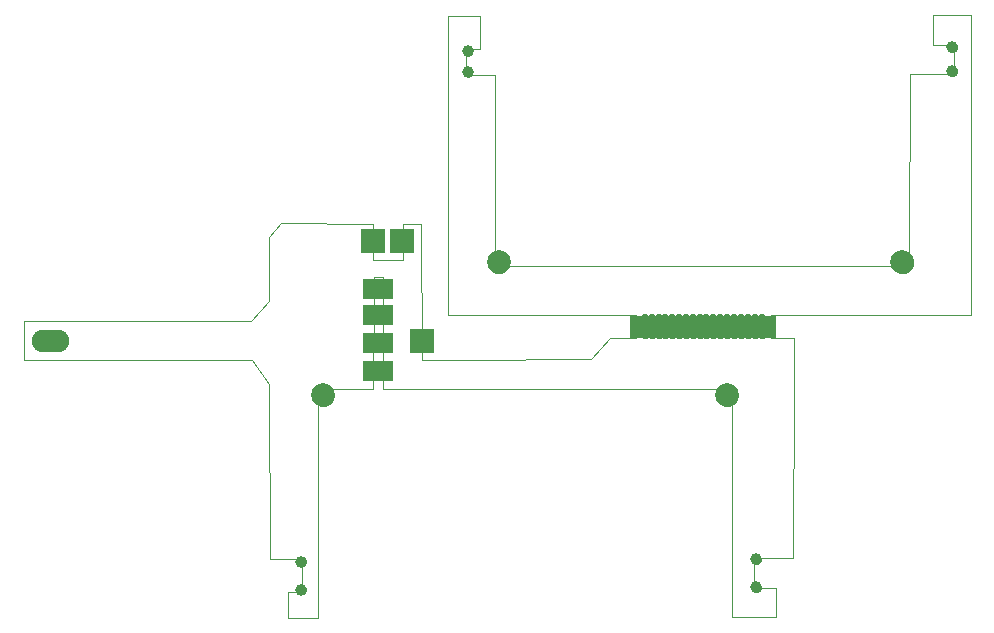
<source format=gts>
G75*
%MOIN*%
%OFA0B0*%
%FSLAX25Y25*%
%IPPOS*%
%LPD*%
%AMOC8*
5,1,8,0,0,1.08239X$1,22.5*
%
%ADD10C,0.00004*%
%ADD11R,0.10262X0.06815*%
%ADD12R,0.10122X0.06815*%
%ADD13R,0.10179X0.06815*%
%ADD14R,0.05112X0.07487*%
%ADD15C,0.00000*%
%ADD16C,0.02769*%
%ADD17R,0.48684X0.07814*%
%ADD18C,0.07887*%
%ADD19C,0.03950*%
%ADD20C,0.07493*%
%ADD21R,0.07887X0.07887*%
D10*
X0083202Y0020583D02*
X0082929Y0078890D01*
X0076986Y0087044D01*
X0001002Y0086874D01*
X0001104Y0100001D01*
X0057883Y0099830D01*
X0076830Y0099977D01*
X0082822Y0106478D01*
X0082821Y0106477D02*
X0082847Y0127998D01*
X0086616Y0132487D01*
X0117286Y0132430D01*
X0117286Y0120173D01*
X0127589Y0120173D01*
X0127589Y0132178D01*
X0133527Y0132182D01*
X0133615Y0087052D01*
X0145636Y0087052D01*
X0145628Y0087052D02*
X0190098Y0087145D01*
X0196507Y0094247D01*
X0196508Y0094248D02*
X0203733Y0094192D01*
X0203722Y0094193D02*
X0203847Y0094194D01*
X0203972Y0094198D01*
X0204096Y0094206D01*
X0204220Y0094218D01*
X0204344Y0094234D01*
X0204467Y0094254D01*
X0204590Y0094278D01*
X0204712Y0094306D01*
X0204832Y0094337D01*
X0204952Y0094373D01*
X0205071Y0094412D01*
X0205188Y0094455D01*
X0205304Y0094502D01*
X0205418Y0094552D01*
X0205530Y0094606D01*
X0205641Y0094663D01*
X0205750Y0094724D01*
X0205857Y0094789D01*
X0205962Y0094856D01*
X0206065Y0094927D01*
X0206165Y0095002D01*
X0206263Y0095079D01*
X0206359Y0095159D01*
X0206451Y0095243D01*
X0206542Y0095329D01*
X0206629Y0095418D01*
X0206713Y0095510D01*
X0206795Y0095605D01*
X0206873Y0095702D01*
X0206949Y0095801D01*
X0207021Y0095903D01*
X0207090Y0096007D01*
X0207156Y0096113D01*
X0207218Y0096222D01*
X0207276Y0096332D01*
X0207332Y0096444D01*
X0207383Y0096557D01*
X0207431Y0096673D01*
X0207476Y0096789D01*
X0207516Y0096907D01*
X0207553Y0097027D01*
X0207586Y0097147D01*
X0207615Y0097268D01*
X0207640Y0097391D01*
X0207662Y0097514D01*
X0207679Y0097637D01*
X0207693Y0097761D01*
X0207703Y0097886D01*
X0207708Y0098011D01*
X0207710Y0098135D01*
X0207708Y0098260D01*
X0207702Y0098385D01*
X0207691Y0098509D01*
X0207677Y0098633D01*
X0207659Y0098757D01*
X0207637Y0098880D01*
X0207611Y0099002D01*
X0207582Y0099123D01*
X0207548Y0099243D01*
X0207511Y0099362D01*
X0207470Y0099480D01*
X0207425Y0099597D01*
X0207377Y0099712D01*
X0207325Y0099825D01*
X0207269Y0099937D01*
X0207210Y0100047D01*
X0207147Y0100155D01*
X0207081Y0100261D01*
X0207012Y0100365D01*
X0206939Y0100466D01*
X0206863Y0100565D01*
X0206784Y0100662D01*
X0206702Y0100756D01*
X0206617Y0100848D01*
X0206530Y0100937D01*
X0206439Y0101023D01*
X0206346Y0101106D01*
X0206250Y0101186D01*
X0206152Y0101263D01*
X0206051Y0101336D01*
X0205948Y0101407D01*
X0205843Y0101474D01*
X0205736Y0101538D01*
X0205627Y0101599D01*
X0205515Y0101656D01*
X0205403Y0101709D01*
X0205288Y0101759D01*
X0205172Y0101805D01*
X0205055Y0101847D01*
X0204936Y0101886D01*
X0204816Y0101921D01*
X0204695Y0101952D01*
X0204574Y0101979D01*
X0204451Y0102003D01*
X0204328Y0102022D01*
X0204204Y0102038D01*
X0204079Y0102049D01*
X0203955Y0102057D01*
X0203830Y0102061D01*
X0203829Y0102061D02*
X0196604Y0102117D01*
X0196568Y0102134D02*
X0142406Y0101948D01*
X0142406Y0125596D01*
X0142406Y0125595D02*
X0142385Y0184594D01*
X0142386Y0184588D02*
X0142386Y0201767D01*
X0153159Y0201767D01*
X0153041Y0190643D01*
X0148398Y0190525D01*
X0148516Y0181988D01*
X0158152Y0182106D01*
X0158154Y0182107D02*
X0158154Y0123176D01*
X0158153Y0123173D02*
X0158155Y0118265D01*
X0296118Y0118192D01*
X0296118Y0123717D01*
X0296119Y0123709D02*
X0296275Y0182335D01*
X0296277Y0182334D02*
X0311137Y0182319D01*
X0311162Y0191943D01*
X0304131Y0191959D01*
X0303989Y0201995D01*
X0316758Y0202023D01*
X0316763Y0202021D02*
X0316710Y0125987D01*
X0316710Y0125994D02*
X0316712Y0102071D01*
X0296116Y0102005D01*
X0254636Y0102060D01*
X0254643Y0102059D02*
X0251257Y0102059D01*
X0251263Y0102061D02*
X0251139Y0102054D01*
X0251016Y0102044D01*
X0250892Y0102030D01*
X0250770Y0102012D01*
X0250648Y0101990D01*
X0250527Y0101965D01*
X0250406Y0101935D01*
X0250287Y0101902D01*
X0250169Y0101864D01*
X0250052Y0101824D01*
X0249936Y0101779D01*
X0249822Y0101731D01*
X0249709Y0101679D01*
X0249598Y0101624D01*
X0249489Y0101565D01*
X0249382Y0101503D01*
X0249277Y0101437D01*
X0249174Y0101368D01*
X0249073Y0101296D01*
X0248975Y0101220D01*
X0248879Y0101142D01*
X0248785Y0101061D01*
X0248694Y0100976D01*
X0248606Y0100889D01*
X0248521Y0100799D01*
X0248439Y0100706D01*
X0248359Y0100611D01*
X0248283Y0100514D01*
X0248210Y0100414D01*
X0248140Y0100311D01*
X0248073Y0100207D01*
X0248010Y0100100D01*
X0247950Y0099992D01*
X0247893Y0099882D01*
X0247840Y0099769D01*
X0247791Y0099656D01*
X0247745Y0099541D01*
X0247703Y0099424D01*
X0247665Y0099306D01*
X0247630Y0099187D01*
X0247599Y0099067D01*
X0247573Y0098946D01*
X0247549Y0098824D01*
X0247530Y0098702D01*
X0247515Y0098579D01*
X0247503Y0098455D01*
X0247496Y0098332D01*
X0247492Y0098208D01*
X0247493Y0098084D01*
X0247497Y0097960D01*
X0247505Y0097836D01*
X0247517Y0097713D01*
X0247533Y0097590D01*
X0247553Y0097468D01*
X0247577Y0097346D01*
X0247605Y0097225D01*
X0247636Y0097105D01*
X0247671Y0096987D01*
X0247710Y0096869D01*
X0247753Y0096753D01*
X0247800Y0096638D01*
X0247850Y0096524D01*
X0247903Y0096412D01*
X0247960Y0096302D01*
X0248021Y0096194D01*
X0248085Y0096088D01*
X0248152Y0095984D01*
X0248223Y0095882D01*
X0248297Y0095783D01*
X0248373Y0095685D01*
X0248453Y0095591D01*
X0248536Y0095499D01*
X0248622Y0095409D01*
X0248711Y0095322D01*
X0248802Y0095239D01*
X0248896Y0095158D01*
X0248992Y0095080D01*
X0249091Y0095005D01*
X0249192Y0094933D01*
X0249296Y0094865D01*
X0249401Y0094800D01*
X0249509Y0094738D01*
X0249618Y0094680D01*
X0249729Y0094625D01*
X0249842Y0094574D01*
X0249957Y0094527D01*
X0250073Y0094483D01*
X0250190Y0094443D01*
X0250308Y0094406D01*
X0250428Y0094373D01*
X0250548Y0094345D01*
X0250670Y0094319D01*
X0250792Y0094298D01*
X0250915Y0094281D01*
X0251038Y0094268D01*
X0251161Y0094258D01*
X0251285Y0094253D01*
X0251409Y0094251D01*
X0251533Y0094253D01*
X0251521Y0094254D02*
X0257655Y0094249D01*
X0257706Y0079975D01*
X0257703Y0079986D02*
X0257429Y0020926D01*
X0257427Y0020927D02*
X0244592Y0020943D01*
X0244592Y0011089D01*
X0251623Y0011073D01*
X0251623Y0001463D01*
X0236945Y0001293D01*
X0236941Y0001295D02*
X0236993Y0077329D01*
X0120608Y0077334D01*
X0120711Y0114690D01*
X0117694Y0114722D01*
X0117591Y0077373D01*
X0117313Y0077373D01*
X0099266Y0077292D01*
X0099089Y0018293D01*
X0099088Y0018299D02*
X0099088Y0001120D01*
X0089221Y0001002D01*
X0089221Y0009761D01*
X0093864Y0009879D01*
X0093864Y0020584D01*
X0083205Y0020584D01*
D11*
X0119115Y0083387D03*
X0119028Y0110610D03*
D12*
X0119045Y0101950D03*
D13*
X0119074Y0092656D03*
D14*
X0009944Y0093466D03*
D15*
X0097271Y0075187D02*
X0097273Y0075305D01*
X0097279Y0075424D01*
X0097289Y0075542D01*
X0097303Y0075659D01*
X0097320Y0075776D01*
X0097342Y0075893D01*
X0097368Y0076008D01*
X0097397Y0076123D01*
X0097430Y0076237D01*
X0097467Y0076349D01*
X0097508Y0076460D01*
X0097552Y0076570D01*
X0097600Y0076678D01*
X0097652Y0076785D01*
X0097707Y0076890D01*
X0097766Y0076993D01*
X0097828Y0077093D01*
X0097893Y0077192D01*
X0097962Y0077289D01*
X0098033Y0077383D01*
X0098108Y0077474D01*
X0098186Y0077564D01*
X0098267Y0077650D01*
X0098351Y0077734D01*
X0098437Y0077815D01*
X0098527Y0077893D01*
X0098618Y0077968D01*
X0098712Y0078039D01*
X0098809Y0078108D01*
X0098908Y0078173D01*
X0099008Y0078235D01*
X0099111Y0078294D01*
X0099216Y0078349D01*
X0099323Y0078401D01*
X0099431Y0078449D01*
X0099541Y0078493D01*
X0099652Y0078534D01*
X0099764Y0078571D01*
X0099878Y0078604D01*
X0099993Y0078633D01*
X0100108Y0078659D01*
X0100225Y0078681D01*
X0100342Y0078698D01*
X0100459Y0078712D01*
X0100577Y0078722D01*
X0100696Y0078728D01*
X0100814Y0078730D01*
X0100932Y0078728D01*
X0101051Y0078722D01*
X0101169Y0078712D01*
X0101286Y0078698D01*
X0101403Y0078681D01*
X0101520Y0078659D01*
X0101635Y0078633D01*
X0101750Y0078604D01*
X0101864Y0078571D01*
X0101976Y0078534D01*
X0102087Y0078493D01*
X0102197Y0078449D01*
X0102305Y0078401D01*
X0102412Y0078349D01*
X0102517Y0078294D01*
X0102620Y0078235D01*
X0102720Y0078173D01*
X0102819Y0078108D01*
X0102916Y0078039D01*
X0103010Y0077968D01*
X0103101Y0077893D01*
X0103191Y0077815D01*
X0103277Y0077734D01*
X0103361Y0077650D01*
X0103442Y0077564D01*
X0103520Y0077474D01*
X0103595Y0077383D01*
X0103666Y0077289D01*
X0103735Y0077192D01*
X0103800Y0077093D01*
X0103862Y0076993D01*
X0103921Y0076890D01*
X0103976Y0076785D01*
X0104028Y0076678D01*
X0104076Y0076570D01*
X0104120Y0076460D01*
X0104161Y0076349D01*
X0104198Y0076237D01*
X0104231Y0076123D01*
X0104260Y0076008D01*
X0104286Y0075893D01*
X0104308Y0075776D01*
X0104325Y0075659D01*
X0104339Y0075542D01*
X0104349Y0075424D01*
X0104355Y0075305D01*
X0104357Y0075187D01*
X0104355Y0075069D01*
X0104349Y0074950D01*
X0104339Y0074832D01*
X0104325Y0074715D01*
X0104308Y0074598D01*
X0104286Y0074481D01*
X0104260Y0074366D01*
X0104231Y0074251D01*
X0104198Y0074137D01*
X0104161Y0074025D01*
X0104120Y0073914D01*
X0104076Y0073804D01*
X0104028Y0073696D01*
X0103976Y0073589D01*
X0103921Y0073484D01*
X0103862Y0073381D01*
X0103800Y0073281D01*
X0103735Y0073182D01*
X0103666Y0073085D01*
X0103595Y0072991D01*
X0103520Y0072900D01*
X0103442Y0072810D01*
X0103361Y0072724D01*
X0103277Y0072640D01*
X0103191Y0072559D01*
X0103101Y0072481D01*
X0103010Y0072406D01*
X0102916Y0072335D01*
X0102819Y0072266D01*
X0102720Y0072201D01*
X0102620Y0072139D01*
X0102517Y0072080D01*
X0102412Y0072025D01*
X0102305Y0071973D01*
X0102197Y0071925D01*
X0102087Y0071881D01*
X0101976Y0071840D01*
X0101864Y0071803D01*
X0101750Y0071770D01*
X0101635Y0071741D01*
X0101520Y0071715D01*
X0101403Y0071693D01*
X0101286Y0071676D01*
X0101169Y0071662D01*
X0101051Y0071652D01*
X0100932Y0071646D01*
X0100814Y0071644D01*
X0100696Y0071646D01*
X0100577Y0071652D01*
X0100459Y0071662D01*
X0100342Y0071676D01*
X0100225Y0071693D01*
X0100108Y0071715D01*
X0099993Y0071741D01*
X0099878Y0071770D01*
X0099764Y0071803D01*
X0099652Y0071840D01*
X0099541Y0071881D01*
X0099431Y0071925D01*
X0099323Y0071973D01*
X0099216Y0072025D01*
X0099111Y0072080D01*
X0099008Y0072139D01*
X0098908Y0072201D01*
X0098809Y0072266D01*
X0098712Y0072335D01*
X0098618Y0072406D01*
X0098527Y0072481D01*
X0098437Y0072559D01*
X0098351Y0072640D01*
X0098267Y0072724D01*
X0098186Y0072810D01*
X0098108Y0072900D01*
X0098033Y0072991D01*
X0097962Y0073085D01*
X0097893Y0073182D01*
X0097828Y0073281D01*
X0097766Y0073381D01*
X0097707Y0073484D01*
X0097652Y0073589D01*
X0097600Y0073696D01*
X0097552Y0073804D01*
X0097508Y0073914D01*
X0097467Y0074025D01*
X0097430Y0074137D01*
X0097397Y0074251D01*
X0097368Y0074366D01*
X0097342Y0074481D01*
X0097320Y0074598D01*
X0097303Y0074715D01*
X0097289Y0074832D01*
X0097279Y0074950D01*
X0097273Y0075069D01*
X0097271Y0075187D01*
X0155735Y0119478D02*
X0155737Y0119596D01*
X0155743Y0119715D01*
X0155753Y0119833D01*
X0155767Y0119950D01*
X0155784Y0120067D01*
X0155806Y0120184D01*
X0155832Y0120299D01*
X0155861Y0120414D01*
X0155894Y0120528D01*
X0155931Y0120640D01*
X0155972Y0120751D01*
X0156016Y0120861D01*
X0156064Y0120969D01*
X0156116Y0121076D01*
X0156171Y0121181D01*
X0156230Y0121284D01*
X0156292Y0121384D01*
X0156357Y0121483D01*
X0156426Y0121580D01*
X0156497Y0121674D01*
X0156572Y0121765D01*
X0156650Y0121855D01*
X0156731Y0121941D01*
X0156815Y0122025D01*
X0156901Y0122106D01*
X0156991Y0122184D01*
X0157082Y0122259D01*
X0157176Y0122330D01*
X0157273Y0122399D01*
X0157372Y0122464D01*
X0157472Y0122526D01*
X0157575Y0122585D01*
X0157680Y0122640D01*
X0157787Y0122692D01*
X0157895Y0122740D01*
X0158005Y0122784D01*
X0158116Y0122825D01*
X0158228Y0122862D01*
X0158342Y0122895D01*
X0158457Y0122924D01*
X0158572Y0122950D01*
X0158689Y0122972D01*
X0158806Y0122989D01*
X0158923Y0123003D01*
X0159041Y0123013D01*
X0159160Y0123019D01*
X0159278Y0123021D01*
X0159396Y0123019D01*
X0159515Y0123013D01*
X0159633Y0123003D01*
X0159750Y0122989D01*
X0159867Y0122972D01*
X0159984Y0122950D01*
X0160099Y0122924D01*
X0160214Y0122895D01*
X0160328Y0122862D01*
X0160440Y0122825D01*
X0160551Y0122784D01*
X0160661Y0122740D01*
X0160769Y0122692D01*
X0160876Y0122640D01*
X0160981Y0122585D01*
X0161084Y0122526D01*
X0161184Y0122464D01*
X0161283Y0122399D01*
X0161380Y0122330D01*
X0161474Y0122259D01*
X0161565Y0122184D01*
X0161655Y0122106D01*
X0161741Y0122025D01*
X0161825Y0121941D01*
X0161906Y0121855D01*
X0161984Y0121765D01*
X0162059Y0121674D01*
X0162130Y0121580D01*
X0162199Y0121483D01*
X0162264Y0121384D01*
X0162326Y0121284D01*
X0162385Y0121181D01*
X0162440Y0121076D01*
X0162492Y0120969D01*
X0162540Y0120861D01*
X0162584Y0120751D01*
X0162625Y0120640D01*
X0162662Y0120528D01*
X0162695Y0120414D01*
X0162724Y0120299D01*
X0162750Y0120184D01*
X0162772Y0120067D01*
X0162789Y0119950D01*
X0162803Y0119833D01*
X0162813Y0119715D01*
X0162819Y0119596D01*
X0162821Y0119478D01*
X0162819Y0119360D01*
X0162813Y0119241D01*
X0162803Y0119123D01*
X0162789Y0119006D01*
X0162772Y0118889D01*
X0162750Y0118772D01*
X0162724Y0118657D01*
X0162695Y0118542D01*
X0162662Y0118428D01*
X0162625Y0118316D01*
X0162584Y0118205D01*
X0162540Y0118095D01*
X0162492Y0117987D01*
X0162440Y0117880D01*
X0162385Y0117775D01*
X0162326Y0117672D01*
X0162264Y0117572D01*
X0162199Y0117473D01*
X0162130Y0117376D01*
X0162059Y0117282D01*
X0161984Y0117191D01*
X0161906Y0117101D01*
X0161825Y0117015D01*
X0161741Y0116931D01*
X0161655Y0116850D01*
X0161565Y0116772D01*
X0161474Y0116697D01*
X0161380Y0116626D01*
X0161283Y0116557D01*
X0161184Y0116492D01*
X0161084Y0116430D01*
X0160981Y0116371D01*
X0160876Y0116316D01*
X0160769Y0116264D01*
X0160661Y0116216D01*
X0160551Y0116172D01*
X0160440Y0116131D01*
X0160328Y0116094D01*
X0160214Y0116061D01*
X0160099Y0116032D01*
X0159984Y0116006D01*
X0159867Y0115984D01*
X0159750Y0115967D01*
X0159633Y0115953D01*
X0159515Y0115943D01*
X0159396Y0115937D01*
X0159278Y0115935D01*
X0159160Y0115937D01*
X0159041Y0115943D01*
X0158923Y0115953D01*
X0158806Y0115967D01*
X0158689Y0115984D01*
X0158572Y0116006D01*
X0158457Y0116032D01*
X0158342Y0116061D01*
X0158228Y0116094D01*
X0158116Y0116131D01*
X0158005Y0116172D01*
X0157895Y0116216D01*
X0157787Y0116264D01*
X0157680Y0116316D01*
X0157575Y0116371D01*
X0157472Y0116430D01*
X0157372Y0116492D01*
X0157273Y0116557D01*
X0157176Y0116626D01*
X0157082Y0116697D01*
X0156991Y0116772D01*
X0156901Y0116850D01*
X0156815Y0116931D01*
X0156731Y0117015D01*
X0156650Y0117101D01*
X0156572Y0117191D01*
X0156497Y0117282D01*
X0156426Y0117376D01*
X0156357Y0117473D01*
X0156292Y0117572D01*
X0156230Y0117672D01*
X0156171Y0117775D01*
X0156116Y0117880D01*
X0156064Y0117987D01*
X0156016Y0118095D01*
X0155972Y0118205D01*
X0155931Y0118316D01*
X0155894Y0118428D01*
X0155861Y0118542D01*
X0155832Y0118657D01*
X0155806Y0118772D01*
X0155784Y0118889D01*
X0155767Y0119006D01*
X0155753Y0119123D01*
X0155743Y0119241D01*
X0155737Y0119360D01*
X0155735Y0119478D01*
X0207091Y0101027D02*
X0207093Y0101089D01*
X0207099Y0101152D01*
X0207109Y0101213D01*
X0207123Y0101274D01*
X0207140Y0101334D01*
X0207161Y0101393D01*
X0207187Y0101450D01*
X0207215Y0101505D01*
X0207247Y0101559D01*
X0207283Y0101610D01*
X0207321Y0101660D01*
X0207363Y0101706D01*
X0207407Y0101750D01*
X0207455Y0101791D01*
X0207504Y0101829D01*
X0207556Y0101863D01*
X0207610Y0101894D01*
X0207666Y0101922D01*
X0207724Y0101946D01*
X0207783Y0101967D01*
X0207843Y0101983D01*
X0207904Y0101996D01*
X0207966Y0102005D01*
X0208028Y0102010D01*
X0208091Y0102011D01*
X0208153Y0102008D01*
X0208215Y0102001D01*
X0208277Y0101990D01*
X0208337Y0101975D01*
X0208397Y0101957D01*
X0208455Y0101935D01*
X0208512Y0101909D01*
X0208567Y0101879D01*
X0208620Y0101846D01*
X0208671Y0101810D01*
X0208719Y0101771D01*
X0208765Y0101728D01*
X0208808Y0101683D01*
X0208848Y0101635D01*
X0208885Y0101585D01*
X0208919Y0101532D01*
X0208950Y0101478D01*
X0208976Y0101422D01*
X0209000Y0101364D01*
X0209019Y0101304D01*
X0209035Y0101244D01*
X0209047Y0101182D01*
X0209055Y0101121D01*
X0209059Y0101058D01*
X0209059Y0100996D01*
X0209055Y0100933D01*
X0209047Y0100872D01*
X0209035Y0100810D01*
X0209019Y0100750D01*
X0209000Y0100690D01*
X0208976Y0100632D01*
X0208950Y0100576D01*
X0208919Y0100522D01*
X0208885Y0100469D01*
X0208848Y0100419D01*
X0208808Y0100371D01*
X0208765Y0100326D01*
X0208719Y0100283D01*
X0208671Y0100244D01*
X0208620Y0100208D01*
X0208567Y0100175D01*
X0208512Y0100145D01*
X0208455Y0100119D01*
X0208397Y0100097D01*
X0208337Y0100079D01*
X0208277Y0100064D01*
X0208215Y0100053D01*
X0208153Y0100046D01*
X0208091Y0100043D01*
X0208028Y0100044D01*
X0207966Y0100049D01*
X0207904Y0100058D01*
X0207843Y0100071D01*
X0207783Y0100087D01*
X0207724Y0100108D01*
X0207666Y0100132D01*
X0207610Y0100160D01*
X0207556Y0100191D01*
X0207504Y0100225D01*
X0207455Y0100263D01*
X0207407Y0100304D01*
X0207363Y0100348D01*
X0207321Y0100394D01*
X0207283Y0100444D01*
X0207247Y0100495D01*
X0207215Y0100549D01*
X0207187Y0100604D01*
X0207161Y0100661D01*
X0207140Y0100720D01*
X0207123Y0100780D01*
X0207109Y0100841D01*
X0207099Y0100902D01*
X0207093Y0100965D01*
X0207091Y0101027D01*
X0209342Y0101027D02*
X0209344Y0101089D01*
X0209350Y0101152D01*
X0209360Y0101213D01*
X0209374Y0101274D01*
X0209391Y0101334D01*
X0209412Y0101393D01*
X0209438Y0101450D01*
X0209466Y0101505D01*
X0209498Y0101559D01*
X0209534Y0101610D01*
X0209572Y0101660D01*
X0209614Y0101706D01*
X0209658Y0101750D01*
X0209706Y0101791D01*
X0209755Y0101829D01*
X0209807Y0101863D01*
X0209861Y0101894D01*
X0209917Y0101922D01*
X0209975Y0101946D01*
X0210034Y0101967D01*
X0210094Y0101983D01*
X0210155Y0101996D01*
X0210217Y0102005D01*
X0210279Y0102010D01*
X0210342Y0102011D01*
X0210404Y0102008D01*
X0210466Y0102001D01*
X0210528Y0101990D01*
X0210588Y0101975D01*
X0210648Y0101957D01*
X0210706Y0101935D01*
X0210763Y0101909D01*
X0210818Y0101879D01*
X0210871Y0101846D01*
X0210922Y0101810D01*
X0210970Y0101771D01*
X0211016Y0101728D01*
X0211059Y0101683D01*
X0211099Y0101635D01*
X0211136Y0101585D01*
X0211170Y0101532D01*
X0211201Y0101478D01*
X0211227Y0101422D01*
X0211251Y0101364D01*
X0211270Y0101304D01*
X0211286Y0101244D01*
X0211298Y0101182D01*
X0211306Y0101121D01*
X0211310Y0101058D01*
X0211310Y0100996D01*
X0211306Y0100933D01*
X0211298Y0100872D01*
X0211286Y0100810D01*
X0211270Y0100750D01*
X0211251Y0100690D01*
X0211227Y0100632D01*
X0211201Y0100576D01*
X0211170Y0100522D01*
X0211136Y0100469D01*
X0211099Y0100419D01*
X0211059Y0100371D01*
X0211016Y0100326D01*
X0210970Y0100283D01*
X0210922Y0100244D01*
X0210871Y0100208D01*
X0210818Y0100175D01*
X0210763Y0100145D01*
X0210706Y0100119D01*
X0210648Y0100097D01*
X0210588Y0100079D01*
X0210528Y0100064D01*
X0210466Y0100053D01*
X0210404Y0100046D01*
X0210342Y0100043D01*
X0210279Y0100044D01*
X0210217Y0100049D01*
X0210155Y0100058D01*
X0210094Y0100071D01*
X0210034Y0100087D01*
X0209975Y0100108D01*
X0209917Y0100132D01*
X0209861Y0100160D01*
X0209807Y0100191D01*
X0209755Y0100225D01*
X0209706Y0100263D01*
X0209658Y0100304D01*
X0209614Y0100348D01*
X0209572Y0100394D01*
X0209534Y0100444D01*
X0209498Y0100495D01*
X0209466Y0100549D01*
X0209438Y0100604D01*
X0209412Y0100661D01*
X0209391Y0100720D01*
X0209374Y0100780D01*
X0209360Y0100841D01*
X0209350Y0100902D01*
X0209344Y0100965D01*
X0209342Y0101027D01*
X0211659Y0101027D02*
X0211661Y0101089D01*
X0211667Y0101152D01*
X0211677Y0101213D01*
X0211691Y0101274D01*
X0211708Y0101334D01*
X0211729Y0101393D01*
X0211755Y0101450D01*
X0211783Y0101505D01*
X0211815Y0101559D01*
X0211851Y0101610D01*
X0211889Y0101660D01*
X0211931Y0101706D01*
X0211975Y0101750D01*
X0212023Y0101791D01*
X0212072Y0101829D01*
X0212124Y0101863D01*
X0212178Y0101894D01*
X0212234Y0101922D01*
X0212292Y0101946D01*
X0212351Y0101967D01*
X0212411Y0101983D01*
X0212472Y0101996D01*
X0212534Y0102005D01*
X0212596Y0102010D01*
X0212659Y0102011D01*
X0212721Y0102008D01*
X0212783Y0102001D01*
X0212845Y0101990D01*
X0212905Y0101975D01*
X0212965Y0101957D01*
X0213023Y0101935D01*
X0213080Y0101909D01*
X0213135Y0101879D01*
X0213188Y0101846D01*
X0213239Y0101810D01*
X0213287Y0101771D01*
X0213333Y0101728D01*
X0213376Y0101683D01*
X0213416Y0101635D01*
X0213453Y0101585D01*
X0213487Y0101532D01*
X0213518Y0101478D01*
X0213544Y0101422D01*
X0213568Y0101364D01*
X0213587Y0101304D01*
X0213603Y0101244D01*
X0213615Y0101182D01*
X0213623Y0101121D01*
X0213627Y0101058D01*
X0213627Y0100996D01*
X0213623Y0100933D01*
X0213615Y0100872D01*
X0213603Y0100810D01*
X0213587Y0100750D01*
X0213568Y0100690D01*
X0213544Y0100632D01*
X0213518Y0100576D01*
X0213487Y0100522D01*
X0213453Y0100469D01*
X0213416Y0100419D01*
X0213376Y0100371D01*
X0213333Y0100326D01*
X0213287Y0100283D01*
X0213239Y0100244D01*
X0213188Y0100208D01*
X0213135Y0100175D01*
X0213080Y0100145D01*
X0213023Y0100119D01*
X0212965Y0100097D01*
X0212905Y0100079D01*
X0212845Y0100064D01*
X0212783Y0100053D01*
X0212721Y0100046D01*
X0212659Y0100043D01*
X0212596Y0100044D01*
X0212534Y0100049D01*
X0212472Y0100058D01*
X0212411Y0100071D01*
X0212351Y0100087D01*
X0212292Y0100108D01*
X0212234Y0100132D01*
X0212178Y0100160D01*
X0212124Y0100191D01*
X0212072Y0100225D01*
X0212023Y0100263D01*
X0211975Y0100304D01*
X0211931Y0100348D01*
X0211889Y0100394D01*
X0211851Y0100444D01*
X0211815Y0100495D01*
X0211783Y0100549D01*
X0211755Y0100604D01*
X0211729Y0100661D01*
X0211708Y0100720D01*
X0211691Y0100780D01*
X0211677Y0100841D01*
X0211667Y0100902D01*
X0211661Y0100965D01*
X0211659Y0101027D01*
X0213936Y0101027D02*
X0213938Y0101089D01*
X0213944Y0101152D01*
X0213954Y0101213D01*
X0213968Y0101274D01*
X0213985Y0101334D01*
X0214006Y0101393D01*
X0214032Y0101450D01*
X0214060Y0101505D01*
X0214092Y0101559D01*
X0214128Y0101610D01*
X0214166Y0101660D01*
X0214208Y0101706D01*
X0214252Y0101750D01*
X0214300Y0101791D01*
X0214349Y0101829D01*
X0214401Y0101863D01*
X0214455Y0101894D01*
X0214511Y0101922D01*
X0214569Y0101946D01*
X0214628Y0101967D01*
X0214688Y0101983D01*
X0214749Y0101996D01*
X0214811Y0102005D01*
X0214873Y0102010D01*
X0214936Y0102011D01*
X0214998Y0102008D01*
X0215060Y0102001D01*
X0215122Y0101990D01*
X0215182Y0101975D01*
X0215242Y0101957D01*
X0215300Y0101935D01*
X0215357Y0101909D01*
X0215412Y0101879D01*
X0215465Y0101846D01*
X0215516Y0101810D01*
X0215564Y0101771D01*
X0215610Y0101728D01*
X0215653Y0101683D01*
X0215693Y0101635D01*
X0215730Y0101585D01*
X0215764Y0101532D01*
X0215795Y0101478D01*
X0215821Y0101422D01*
X0215845Y0101364D01*
X0215864Y0101304D01*
X0215880Y0101244D01*
X0215892Y0101182D01*
X0215900Y0101121D01*
X0215904Y0101058D01*
X0215904Y0100996D01*
X0215900Y0100933D01*
X0215892Y0100872D01*
X0215880Y0100810D01*
X0215864Y0100750D01*
X0215845Y0100690D01*
X0215821Y0100632D01*
X0215795Y0100576D01*
X0215764Y0100522D01*
X0215730Y0100469D01*
X0215693Y0100419D01*
X0215653Y0100371D01*
X0215610Y0100326D01*
X0215564Y0100283D01*
X0215516Y0100244D01*
X0215465Y0100208D01*
X0215412Y0100175D01*
X0215357Y0100145D01*
X0215300Y0100119D01*
X0215242Y0100097D01*
X0215182Y0100079D01*
X0215122Y0100064D01*
X0215060Y0100053D01*
X0214998Y0100046D01*
X0214936Y0100043D01*
X0214873Y0100044D01*
X0214811Y0100049D01*
X0214749Y0100058D01*
X0214688Y0100071D01*
X0214628Y0100087D01*
X0214569Y0100108D01*
X0214511Y0100132D01*
X0214455Y0100160D01*
X0214401Y0100191D01*
X0214349Y0100225D01*
X0214300Y0100263D01*
X0214252Y0100304D01*
X0214208Y0100348D01*
X0214166Y0100394D01*
X0214128Y0100444D01*
X0214092Y0100495D01*
X0214060Y0100549D01*
X0214032Y0100604D01*
X0214006Y0100661D01*
X0213985Y0100720D01*
X0213968Y0100780D01*
X0213954Y0100841D01*
X0213944Y0100902D01*
X0213938Y0100965D01*
X0213936Y0101027D01*
X0216253Y0101027D02*
X0216255Y0101089D01*
X0216261Y0101152D01*
X0216271Y0101213D01*
X0216285Y0101274D01*
X0216302Y0101334D01*
X0216323Y0101393D01*
X0216349Y0101450D01*
X0216377Y0101505D01*
X0216409Y0101559D01*
X0216445Y0101610D01*
X0216483Y0101660D01*
X0216525Y0101706D01*
X0216569Y0101750D01*
X0216617Y0101791D01*
X0216666Y0101829D01*
X0216718Y0101863D01*
X0216772Y0101894D01*
X0216828Y0101922D01*
X0216886Y0101946D01*
X0216945Y0101967D01*
X0217005Y0101983D01*
X0217066Y0101996D01*
X0217128Y0102005D01*
X0217190Y0102010D01*
X0217253Y0102011D01*
X0217315Y0102008D01*
X0217377Y0102001D01*
X0217439Y0101990D01*
X0217499Y0101975D01*
X0217559Y0101957D01*
X0217617Y0101935D01*
X0217674Y0101909D01*
X0217729Y0101879D01*
X0217782Y0101846D01*
X0217833Y0101810D01*
X0217881Y0101771D01*
X0217927Y0101728D01*
X0217970Y0101683D01*
X0218010Y0101635D01*
X0218047Y0101585D01*
X0218081Y0101532D01*
X0218112Y0101478D01*
X0218138Y0101422D01*
X0218162Y0101364D01*
X0218181Y0101304D01*
X0218197Y0101244D01*
X0218209Y0101182D01*
X0218217Y0101121D01*
X0218221Y0101058D01*
X0218221Y0100996D01*
X0218217Y0100933D01*
X0218209Y0100872D01*
X0218197Y0100810D01*
X0218181Y0100750D01*
X0218162Y0100690D01*
X0218138Y0100632D01*
X0218112Y0100576D01*
X0218081Y0100522D01*
X0218047Y0100469D01*
X0218010Y0100419D01*
X0217970Y0100371D01*
X0217927Y0100326D01*
X0217881Y0100283D01*
X0217833Y0100244D01*
X0217782Y0100208D01*
X0217729Y0100175D01*
X0217674Y0100145D01*
X0217617Y0100119D01*
X0217559Y0100097D01*
X0217499Y0100079D01*
X0217439Y0100064D01*
X0217377Y0100053D01*
X0217315Y0100046D01*
X0217253Y0100043D01*
X0217190Y0100044D01*
X0217128Y0100049D01*
X0217066Y0100058D01*
X0217005Y0100071D01*
X0216945Y0100087D01*
X0216886Y0100108D01*
X0216828Y0100132D01*
X0216772Y0100160D01*
X0216718Y0100191D01*
X0216666Y0100225D01*
X0216617Y0100263D01*
X0216569Y0100304D01*
X0216525Y0100348D01*
X0216483Y0100394D01*
X0216445Y0100444D01*
X0216409Y0100495D01*
X0216377Y0100549D01*
X0216349Y0100604D01*
X0216323Y0100661D01*
X0216302Y0100720D01*
X0216285Y0100780D01*
X0216271Y0100841D01*
X0216261Y0100902D01*
X0216255Y0100965D01*
X0216253Y0101027D01*
X0218504Y0101027D02*
X0218506Y0101089D01*
X0218512Y0101152D01*
X0218522Y0101213D01*
X0218536Y0101274D01*
X0218553Y0101334D01*
X0218574Y0101393D01*
X0218600Y0101450D01*
X0218628Y0101505D01*
X0218660Y0101559D01*
X0218696Y0101610D01*
X0218734Y0101660D01*
X0218776Y0101706D01*
X0218820Y0101750D01*
X0218868Y0101791D01*
X0218917Y0101829D01*
X0218969Y0101863D01*
X0219023Y0101894D01*
X0219079Y0101922D01*
X0219137Y0101946D01*
X0219196Y0101967D01*
X0219256Y0101983D01*
X0219317Y0101996D01*
X0219379Y0102005D01*
X0219441Y0102010D01*
X0219504Y0102011D01*
X0219566Y0102008D01*
X0219628Y0102001D01*
X0219690Y0101990D01*
X0219750Y0101975D01*
X0219810Y0101957D01*
X0219868Y0101935D01*
X0219925Y0101909D01*
X0219980Y0101879D01*
X0220033Y0101846D01*
X0220084Y0101810D01*
X0220132Y0101771D01*
X0220178Y0101728D01*
X0220221Y0101683D01*
X0220261Y0101635D01*
X0220298Y0101585D01*
X0220332Y0101532D01*
X0220363Y0101478D01*
X0220389Y0101422D01*
X0220413Y0101364D01*
X0220432Y0101304D01*
X0220448Y0101244D01*
X0220460Y0101182D01*
X0220468Y0101121D01*
X0220472Y0101058D01*
X0220472Y0100996D01*
X0220468Y0100933D01*
X0220460Y0100872D01*
X0220448Y0100810D01*
X0220432Y0100750D01*
X0220413Y0100690D01*
X0220389Y0100632D01*
X0220363Y0100576D01*
X0220332Y0100522D01*
X0220298Y0100469D01*
X0220261Y0100419D01*
X0220221Y0100371D01*
X0220178Y0100326D01*
X0220132Y0100283D01*
X0220084Y0100244D01*
X0220033Y0100208D01*
X0219980Y0100175D01*
X0219925Y0100145D01*
X0219868Y0100119D01*
X0219810Y0100097D01*
X0219750Y0100079D01*
X0219690Y0100064D01*
X0219628Y0100053D01*
X0219566Y0100046D01*
X0219504Y0100043D01*
X0219441Y0100044D01*
X0219379Y0100049D01*
X0219317Y0100058D01*
X0219256Y0100071D01*
X0219196Y0100087D01*
X0219137Y0100108D01*
X0219079Y0100132D01*
X0219023Y0100160D01*
X0218969Y0100191D01*
X0218917Y0100225D01*
X0218868Y0100263D01*
X0218820Y0100304D01*
X0218776Y0100348D01*
X0218734Y0100394D01*
X0218696Y0100444D01*
X0218660Y0100495D01*
X0218628Y0100549D01*
X0218600Y0100604D01*
X0218574Y0100661D01*
X0218553Y0100720D01*
X0218536Y0100780D01*
X0218522Y0100841D01*
X0218512Y0100902D01*
X0218506Y0100965D01*
X0218504Y0101027D01*
X0220820Y0101027D02*
X0220822Y0101089D01*
X0220828Y0101152D01*
X0220838Y0101213D01*
X0220852Y0101274D01*
X0220869Y0101334D01*
X0220890Y0101393D01*
X0220916Y0101450D01*
X0220944Y0101505D01*
X0220976Y0101559D01*
X0221012Y0101610D01*
X0221050Y0101660D01*
X0221092Y0101706D01*
X0221136Y0101750D01*
X0221184Y0101791D01*
X0221233Y0101829D01*
X0221285Y0101863D01*
X0221339Y0101894D01*
X0221395Y0101922D01*
X0221453Y0101946D01*
X0221512Y0101967D01*
X0221572Y0101983D01*
X0221633Y0101996D01*
X0221695Y0102005D01*
X0221757Y0102010D01*
X0221820Y0102011D01*
X0221882Y0102008D01*
X0221944Y0102001D01*
X0222006Y0101990D01*
X0222066Y0101975D01*
X0222126Y0101957D01*
X0222184Y0101935D01*
X0222241Y0101909D01*
X0222296Y0101879D01*
X0222349Y0101846D01*
X0222400Y0101810D01*
X0222448Y0101771D01*
X0222494Y0101728D01*
X0222537Y0101683D01*
X0222577Y0101635D01*
X0222614Y0101585D01*
X0222648Y0101532D01*
X0222679Y0101478D01*
X0222705Y0101422D01*
X0222729Y0101364D01*
X0222748Y0101304D01*
X0222764Y0101244D01*
X0222776Y0101182D01*
X0222784Y0101121D01*
X0222788Y0101058D01*
X0222788Y0100996D01*
X0222784Y0100933D01*
X0222776Y0100872D01*
X0222764Y0100810D01*
X0222748Y0100750D01*
X0222729Y0100690D01*
X0222705Y0100632D01*
X0222679Y0100576D01*
X0222648Y0100522D01*
X0222614Y0100469D01*
X0222577Y0100419D01*
X0222537Y0100371D01*
X0222494Y0100326D01*
X0222448Y0100283D01*
X0222400Y0100244D01*
X0222349Y0100208D01*
X0222296Y0100175D01*
X0222241Y0100145D01*
X0222184Y0100119D01*
X0222126Y0100097D01*
X0222066Y0100079D01*
X0222006Y0100064D01*
X0221944Y0100053D01*
X0221882Y0100046D01*
X0221820Y0100043D01*
X0221757Y0100044D01*
X0221695Y0100049D01*
X0221633Y0100058D01*
X0221572Y0100071D01*
X0221512Y0100087D01*
X0221453Y0100108D01*
X0221395Y0100132D01*
X0221339Y0100160D01*
X0221285Y0100191D01*
X0221233Y0100225D01*
X0221184Y0100263D01*
X0221136Y0100304D01*
X0221092Y0100348D01*
X0221050Y0100394D01*
X0221012Y0100444D01*
X0220976Y0100495D01*
X0220944Y0100549D01*
X0220916Y0100604D01*
X0220890Y0100661D01*
X0220869Y0100720D01*
X0220852Y0100780D01*
X0220838Y0100841D01*
X0220828Y0100902D01*
X0220822Y0100965D01*
X0220820Y0101027D01*
X0223046Y0101023D02*
X0223048Y0101085D01*
X0223054Y0101148D01*
X0223064Y0101209D01*
X0223078Y0101270D01*
X0223095Y0101330D01*
X0223116Y0101389D01*
X0223142Y0101446D01*
X0223170Y0101501D01*
X0223202Y0101555D01*
X0223238Y0101606D01*
X0223276Y0101656D01*
X0223318Y0101702D01*
X0223362Y0101746D01*
X0223410Y0101787D01*
X0223459Y0101825D01*
X0223511Y0101859D01*
X0223565Y0101890D01*
X0223621Y0101918D01*
X0223679Y0101942D01*
X0223738Y0101963D01*
X0223798Y0101979D01*
X0223859Y0101992D01*
X0223921Y0102001D01*
X0223983Y0102006D01*
X0224046Y0102007D01*
X0224108Y0102004D01*
X0224170Y0101997D01*
X0224232Y0101986D01*
X0224292Y0101971D01*
X0224352Y0101953D01*
X0224410Y0101931D01*
X0224467Y0101905D01*
X0224522Y0101875D01*
X0224575Y0101842D01*
X0224626Y0101806D01*
X0224674Y0101767D01*
X0224720Y0101724D01*
X0224763Y0101679D01*
X0224803Y0101631D01*
X0224840Y0101581D01*
X0224874Y0101528D01*
X0224905Y0101474D01*
X0224931Y0101418D01*
X0224955Y0101360D01*
X0224974Y0101300D01*
X0224990Y0101240D01*
X0225002Y0101178D01*
X0225010Y0101117D01*
X0225014Y0101054D01*
X0225014Y0100992D01*
X0225010Y0100929D01*
X0225002Y0100868D01*
X0224990Y0100806D01*
X0224974Y0100746D01*
X0224955Y0100686D01*
X0224931Y0100628D01*
X0224905Y0100572D01*
X0224874Y0100518D01*
X0224840Y0100465D01*
X0224803Y0100415D01*
X0224763Y0100367D01*
X0224720Y0100322D01*
X0224674Y0100279D01*
X0224626Y0100240D01*
X0224575Y0100204D01*
X0224522Y0100171D01*
X0224467Y0100141D01*
X0224410Y0100115D01*
X0224352Y0100093D01*
X0224292Y0100075D01*
X0224232Y0100060D01*
X0224170Y0100049D01*
X0224108Y0100042D01*
X0224046Y0100039D01*
X0223983Y0100040D01*
X0223921Y0100045D01*
X0223859Y0100054D01*
X0223798Y0100067D01*
X0223738Y0100083D01*
X0223679Y0100104D01*
X0223621Y0100128D01*
X0223565Y0100156D01*
X0223511Y0100187D01*
X0223459Y0100221D01*
X0223410Y0100259D01*
X0223362Y0100300D01*
X0223318Y0100344D01*
X0223276Y0100390D01*
X0223238Y0100440D01*
X0223202Y0100491D01*
X0223170Y0100545D01*
X0223142Y0100600D01*
X0223116Y0100657D01*
X0223095Y0100716D01*
X0223078Y0100776D01*
X0223064Y0100837D01*
X0223054Y0100898D01*
X0223048Y0100961D01*
X0223046Y0101023D01*
X0225363Y0101023D02*
X0225365Y0101085D01*
X0225371Y0101148D01*
X0225381Y0101209D01*
X0225395Y0101270D01*
X0225412Y0101330D01*
X0225433Y0101389D01*
X0225459Y0101446D01*
X0225487Y0101501D01*
X0225519Y0101555D01*
X0225555Y0101606D01*
X0225593Y0101656D01*
X0225635Y0101702D01*
X0225679Y0101746D01*
X0225727Y0101787D01*
X0225776Y0101825D01*
X0225828Y0101859D01*
X0225882Y0101890D01*
X0225938Y0101918D01*
X0225996Y0101942D01*
X0226055Y0101963D01*
X0226115Y0101979D01*
X0226176Y0101992D01*
X0226238Y0102001D01*
X0226300Y0102006D01*
X0226363Y0102007D01*
X0226425Y0102004D01*
X0226487Y0101997D01*
X0226549Y0101986D01*
X0226609Y0101971D01*
X0226669Y0101953D01*
X0226727Y0101931D01*
X0226784Y0101905D01*
X0226839Y0101875D01*
X0226892Y0101842D01*
X0226943Y0101806D01*
X0226991Y0101767D01*
X0227037Y0101724D01*
X0227080Y0101679D01*
X0227120Y0101631D01*
X0227157Y0101581D01*
X0227191Y0101528D01*
X0227222Y0101474D01*
X0227248Y0101418D01*
X0227272Y0101360D01*
X0227291Y0101300D01*
X0227307Y0101240D01*
X0227319Y0101178D01*
X0227327Y0101117D01*
X0227331Y0101054D01*
X0227331Y0100992D01*
X0227327Y0100929D01*
X0227319Y0100868D01*
X0227307Y0100806D01*
X0227291Y0100746D01*
X0227272Y0100686D01*
X0227248Y0100628D01*
X0227222Y0100572D01*
X0227191Y0100518D01*
X0227157Y0100465D01*
X0227120Y0100415D01*
X0227080Y0100367D01*
X0227037Y0100322D01*
X0226991Y0100279D01*
X0226943Y0100240D01*
X0226892Y0100204D01*
X0226839Y0100171D01*
X0226784Y0100141D01*
X0226727Y0100115D01*
X0226669Y0100093D01*
X0226609Y0100075D01*
X0226549Y0100060D01*
X0226487Y0100049D01*
X0226425Y0100042D01*
X0226363Y0100039D01*
X0226300Y0100040D01*
X0226238Y0100045D01*
X0226176Y0100054D01*
X0226115Y0100067D01*
X0226055Y0100083D01*
X0225996Y0100104D01*
X0225938Y0100128D01*
X0225882Y0100156D01*
X0225828Y0100187D01*
X0225776Y0100221D01*
X0225727Y0100259D01*
X0225679Y0100300D01*
X0225635Y0100344D01*
X0225593Y0100390D01*
X0225555Y0100440D01*
X0225519Y0100491D01*
X0225487Y0100545D01*
X0225459Y0100600D01*
X0225433Y0100657D01*
X0225412Y0100716D01*
X0225395Y0100776D01*
X0225381Y0100837D01*
X0225371Y0100898D01*
X0225365Y0100961D01*
X0225363Y0101023D01*
X0227614Y0101023D02*
X0227616Y0101085D01*
X0227622Y0101148D01*
X0227632Y0101209D01*
X0227646Y0101270D01*
X0227663Y0101330D01*
X0227684Y0101389D01*
X0227710Y0101446D01*
X0227738Y0101501D01*
X0227770Y0101555D01*
X0227806Y0101606D01*
X0227844Y0101656D01*
X0227886Y0101702D01*
X0227930Y0101746D01*
X0227978Y0101787D01*
X0228027Y0101825D01*
X0228079Y0101859D01*
X0228133Y0101890D01*
X0228189Y0101918D01*
X0228247Y0101942D01*
X0228306Y0101963D01*
X0228366Y0101979D01*
X0228427Y0101992D01*
X0228489Y0102001D01*
X0228551Y0102006D01*
X0228614Y0102007D01*
X0228676Y0102004D01*
X0228738Y0101997D01*
X0228800Y0101986D01*
X0228860Y0101971D01*
X0228920Y0101953D01*
X0228978Y0101931D01*
X0229035Y0101905D01*
X0229090Y0101875D01*
X0229143Y0101842D01*
X0229194Y0101806D01*
X0229242Y0101767D01*
X0229288Y0101724D01*
X0229331Y0101679D01*
X0229371Y0101631D01*
X0229408Y0101581D01*
X0229442Y0101528D01*
X0229473Y0101474D01*
X0229499Y0101418D01*
X0229523Y0101360D01*
X0229542Y0101300D01*
X0229558Y0101240D01*
X0229570Y0101178D01*
X0229578Y0101117D01*
X0229582Y0101054D01*
X0229582Y0100992D01*
X0229578Y0100929D01*
X0229570Y0100868D01*
X0229558Y0100806D01*
X0229542Y0100746D01*
X0229523Y0100686D01*
X0229499Y0100628D01*
X0229473Y0100572D01*
X0229442Y0100518D01*
X0229408Y0100465D01*
X0229371Y0100415D01*
X0229331Y0100367D01*
X0229288Y0100322D01*
X0229242Y0100279D01*
X0229194Y0100240D01*
X0229143Y0100204D01*
X0229090Y0100171D01*
X0229035Y0100141D01*
X0228978Y0100115D01*
X0228920Y0100093D01*
X0228860Y0100075D01*
X0228800Y0100060D01*
X0228738Y0100049D01*
X0228676Y0100042D01*
X0228614Y0100039D01*
X0228551Y0100040D01*
X0228489Y0100045D01*
X0228427Y0100054D01*
X0228366Y0100067D01*
X0228306Y0100083D01*
X0228247Y0100104D01*
X0228189Y0100128D01*
X0228133Y0100156D01*
X0228079Y0100187D01*
X0228027Y0100221D01*
X0227978Y0100259D01*
X0227930Y0100300D01*
X0227886Y0100344D01*
X0227844Y0100390D01*
X0227806Y0100440D01*
X0227770Y0100491D01*
X0227738Y0100545D01*
X0227710Y0100600D01*
X0227684Y0100657D01*
X0227663Y0100716D01*
X0227646Y0100776D01*
X0227632Y0100837D01*
X0227622Y0100898D01*
X0227616Y0100961D01*
X0227614Y0101023D01*
X0229931Y0101023D02*
X0229933Y0101085D01*
X0229939Y0101148D01*
X0229949Y0101209D01*
X0229963Y0101270D01*
X0229980Y0101330D01*
X0230001Y0101389D01*
X0230027Y0101446D01*
X0230055Y0101501D01*
X0230087Y0101555D01*
X0230123Y0101606D01*
X0230161Y0101656D01*
X0230203Y0101702D01*
X0230247Y0101746D01*
X0230295Y0101787D01*
X0230344Y0101825D01*
X0230396Y0101859D01*
X0230450Y0101890D01*
X0230506Y0101918D01*
X0230564Y0101942D01*
X0230623Y0101963D01*
X0230683Y0101979D01*
X0230744Y0101992D01*
X0230806Y0102001D01*
X0230868Y0102006D01*
X0230931Y0102007D01*
X0230993Y0102004D01*
X0231055Y0101997D01*
X0231117Y0101986D01*
X0231177Y0101971D01*
X0231237Y0101953D01*
X0231295Y0101931D01*
X0231352Y0101905D01*
X0231407Y0101875D01*
X0231460Y0101842D01*
X0231511Y0101806D01*
X0231559Y0101767D01*
X0231605Y0101724D01*
X0231648Y0101679D01*
X0231688Y0101631D01*
X0231725Y0101581D01*
X0231759Y0101528D01*
X0231790Y0101474D01*
X0231816Y0101418D01*
X0231840Y0101360D01*
X0231859Y0101300D01*
X0231875Y0101240D01*
X0231887Y0101178D01*
X0231895Y0101117D01*
X0231899Y0101054D01*
X0231899Y0100992D01*
X0231895Y0100929D01*
X0231887Y0100868D01*
X0231875Y0100806D01*
X0231859Y0100746D01*
X0231840Y0100686D01*
X0231816Y0100628D01*
X0231790Y0100572D01*
X0231759Y0100518D01*
X0231725Y0100465D01*
X0231688Y0100415D01*
X0231648Y0100367D01*
X0231605Y0100322D01*
X0231559Y0100279D01*
X0231511Y0100240D01*
X0231460Y0100204D01*
X0231407Y0100171D01*
X0231352Y0100141D01*
X0231295Y0100115D01*
X0231237Y0100093D01*
X0231177Y0100075D01*
X0231117Y0100060D01*
X0231055Y0100049D01*
X0230993Y0100042D01*
X0230931Y0100039D01*
X0230868Y0100040D01*
X0230806Y0100045D01*
X0230744Y0100054D01*
X0230683Y0100067D01*
X0230623Y0100083D01*
X0230564Y0100104D01*
X0230506Y0100128D01*
X0230450Y0100156D01*
X0230396Y0100187D01*
X0230344Y0100221D01*
X0230295Y0100259D01*
X0230247Y0100300D01*
X0230203Y0100344D01*
X0230161Y0100390D01*
X0230123Y0100440D01*
X0230087Y0100491D01*
X0230055Y0100545D01*
X0230027Y0100600D01*
X0230001Y0100657D01*
X0229980Y0100716D01*
X0229963Y0100776D01*
X0229949Y0100837D01*
X0229939Y0100898D01*
X0229933Y0100961D01*
X0229931Y0101023D01*
X0232207Y0101023D02*
X0232209Y0101085D01*
X0232215Y0101148D01*
X0232225Y0101209D01*
X0232239Y0101270D01*
X0232256Y0101330D01*
X0232277Y0101389D01*
X0232303Y0101446D01*
X0232331Y0101501D01*
X0232363Y0101555D01*
X0232399Y0101606D01*
X0232437Y0101656D01*
X0232479Y0101702D01*
X0232523Y0101746D01*
X0232571Y0101787D01*
X0232620Y0101825D01*
X0232672Y0101859D01*
X0232726Y0101890D01*
X0232782Y0101918D01*
X0232840Y0101942D01*
X0232899Y0101963D01*
X0232959Y0101979D01*
X0233020Y0101992D01*
X0233082Y0102001D01*
X0233144Y0102006D01*
X0233207Y0102007D01*
X0233269Y0102004D01*
X0233331Y0101997D01*
X0233393Y0101986D01*
X0233453Y0101971D01*
X0233513Y0101953D01*
X0233571Y0101931D01*
X0233628Y0101905D01*
X0233683Y0101875D01*
X0233736Y0101842D01*
X0233787Y0101806D01*
X0233835Y0101767D01*
X0233881Y0101724D01*
X0233924Y0101679D01*
X0233964Y0101631D01*
X0234001Y0101581D01*
X0234035Y0101528D01*
X0234066Y0101474D01*
X0234092Y0101418D01*
X0234116Y0101360D01*
X0234135Y0101300D01*
X0234151Y0101240D01*
X0234163Y0101178D01*
X0234171Y0101117D01*
X0234175Y0101054D01*
X0234175Y0100992D01*
X0234171Y0100929D01*
X0234163Y0100868D01*
X0234151Y0100806D01*
X0234135Y0100746D01*
X0234116Y0100686D01*
X0234092Y0100628D01*
X0234066Y0100572D01*
X0234035Y0100518D01*
X0234001Y0100465D01*
X0233964Y0100415D01*
X0233924Y0100367D01*
X0233881Y0100322D01*
X0233835Y0100279D01*
X0233787Y0100240D01*
X0233736Y0100204D01*
X0233683Y0100171D01*
X0233628Y0100141D01*
X0233571Y0100115D01*
X0233513Y0100093D01*
X0233453Y0100075D01*
X0233393Y0100060D01*
X0233331Y0100049D01*
X0233269Y0100042D01*
X0233207Y0100039D01*
X0233144Y0100040D01*
X0233082Y0100045D01*
X0233020Y0100054D01*
X0232959Y0100067D01*
X0232899Y0100083D01*
X0232840Y0100104D01*
X0232782Y0100128D01*
X0232726Y0100156D01*
X0232672Y0100187D01*
X0232620Y0100221D01*
X0232571Y0100259D01*
X0232523Y0100300D01*
X0232479Y0100344D01*
X0232437Y0100390D01*
X0232399Y0100440D01*
X0232363Y0100491D01*
X0232331Y0100545D01*
X0232303Y0100600D01*
X0232277Y0100657D01*
X0232256Y0100716D01*
X0232239Y0100776D01*
X0232225Y0100837D01*
X0232215Y0100898D01*
X0232209Y0100961D01*
X0232207Y0101023D01*
X0234524Y0101023D02*
X0234526Y0101085D01*
X0234532Y0101148D01*
X0234542Y0101209D01*
X0234556Y0101270D01*
X0234573Y0101330D01*
X0234594Y0101389D01*
X0234620Y0101446D01*
X0234648Y0101501D01*
X0234680Y0101555D01*
X0234716Y0101606D01*
X0234754Y0101656D01*
X0234796Y0101702D01*
X0234840Y0101746D01*
X0234888Y0101787D01*
X0234937Y0101825D01*
X0234989Y0101859D01*
X0235043Y0101890D01*
X0235099Y0101918D01*
X0235157Y0101942D01*
X0235216Y0101963D01*
X0235276Y0101979D01*
X0235337Y0101992D01*
X0235399Y0102001D01*
X0235461Y0102006D01*
X0235524Y0102007D01*
X0235586Y0102004D01*
X0235648Y0101997D01*
X0235710Y0101986D01*
X0235770Y0101971D01*
X0235830Y0101953D01*
X0235888Y0101931D01*
X0235945Y0101905D01*
X0236000Y0101875D01*
X0236053Y0101842D01*
X0236104Y0101806D01*
X0236152Y0101767D01*
X0236198Y0101724D01*
X0236241Y0101679D01*
X0236281Y0101631D01*
X0236318Y0101581D01*
X0236352Y0101528D01*
X0236383Y0101474D01*
X0236409Y0101418D01*
X0236433Y0101360D01*
X0236452Y0101300D01*
X0236468Y0101240D01*
X0236480Y0101178D01*
X0236488Y0101117D01*
X0236492Y0101054D01*
X0236492Y0100992D01*
X0236488Y0100929D01*
X0236480Y0100868D01*
X0236468Y0100806D01*
X0236452Y0100746D01*
X0236433Y0100686D01*
X0236409Y0100628D01*
X0236383Y0100572D01*
X0236352Y0100518D01*
X0236318Y0100465D01*
X0236281Y0100415D01*
X0236241Y0100367D01*
X0236198Y0100322D01*
X0236152Y0100279D01*
X0236104Y0100240D01*
X0236053Y0100204D01*
X0236000Y0100171D01*
X0235945Y0100141D01*
X0235888Y0100115D01*
X0235830Y0100093D01*
X0235770Y0100075D01*
X0235710Y0100060D01*
X0235648Y0100049D01*
X0235586Y0100042D01*
X0235524Y0100039D01*
X0235461Y0100040D01*
X0235399Y0100045D01*
X0235337Y0100054D01*
X0235276Y0100067D01*
X0235216Y0100083D01*
X0235157Y0100104D01*
X0235099Y0100128D01*
X0235043Y0100156D01*
X0234989Y0100187D01*
X0234937Y0100221D01*
X0234888Y0100259D01*
X0234840Y0100300D01*
X0234796Y0100344D01*
X0234754Y0100390D01*
X0234716Y0100440D01*
X0234680Y0100491D01*
X0234648Y0100545D01*
X0234620Y0100600D01*
X0234594Y0100657D01*
X0234573Y0100716D01*
X0234556Y0100776D01*
X0234542Y0100837D01*
X0234532Y0100898D01*
X0234526Y0100961D01*
X0234524Y0101023D01*
X0236775Y0101023D02*
X0236777Y0101085D01*
X0236783Y0101148D01*
X0236793Y0101209D01*
X0236807Y0101270D01*
X0236824Y0101330D01*
X0236845Y0101389D01*
X0236871Y0101446D01*
X0236899Y0101501D01*
X0236931Y0101555D01*
X0236967Y0101606D01*
X0237005Y0101656D01*
X0237047Y0101702D01*
X0237091Y0101746D01*
X0237139Y0101787D01*
X0237188Y0101825D01*
X0237240Y0101859D01*
X0237294Y0101890D01*
X0237350Y0101918D01*
X0237408Y0101942D01*
X0237467Y0101963D01*
X0237527Y0101979D01*
X0237588Y0101992D01*
X0237650Y0102001D01*
X0237712Y0102006D01*
X0237775Y0102007D01*
X0237837Y0102004D01*
X0237899Y0101997D01*
X0237961Y0101986D01*
X0238021Y0101971D01*
X0238081Y0101953D01*
X0238139Y0101931D01*
X0238196Y0101905D01*
X0238251Y0101875D01*
X0238304Y0101842D01*
X0238355Y0101806D01*
X0238403Y0101767D01*
X0238449Y0101724D01*
X0238492Y0101679D01*
X0238532Y0101631D01*
X0238569Y0101581D01*
X0238603Y0101528D01*
X0238634Y0101474D01*
X0238660Y0101418D01*
X0238684Y0101360D01*
X0238703Y0101300D01*
X0238719Y0101240D01*
X0238731Y0101178D01*
X0238739Y0101117D01*
X0238743Y0101054D01*
X0238743Y0100992D01*
X0238739Y0100929D01*
X0238731Y0100868D01*
X0238719Y0100806D01*
X0238703Y0100746D01*
X0238684Y0100686D01*
X0238660Y0100628D01*
X0238634Y0100572D01*
X0238603Y0100518D01*
X0238569Y0100465D01*
X0238532Y0100415D01*
X0238492Y0100367D01*
X0238449Y0100322D01*
X0238403Y0100279D01*
X0238355Y0100240D01*
X0238304Y0100204D01*
X0238251Y0100171D01*
X0238196Y0100141D01*
X0238139Y0100115D01*
X0238081Y0100093D01*
X0238021Y0100075D01*
X0237961Y0100060D01*
X0237899Y0100049D01*
X0237837Y0100042D01*
X0237775Y0100039D01*
X0237712Y0100040D01*
X0237650Y0100045D01*
X0237588Y0100054D01*
X0237527Y0100067D01*
X0237467Y0100083D01*
X0237408Y0100104D01*
X0237350Y0100128D01*
X0237294Y0100156D01*
X0237240Y0100187D01*
X0237188Y0100221D01*
X0237139Y0100259D01*
X0237091Y0100300D01*
X0237047Y0100344D01*
X0237005Y0100390D01*
X0236967Y0100440D01*
X0236931Y0100491D01*
X0236899Y0100545D01*
X0236871Y0100600D01*
X0236845Y0100657D01*
X0236824Y0100716D01*
X0236807Y0100776D01*
X0236793Y0100837D01*
X0236783Y0100898D01*
X0236777Y0100961D01*
X0236775Y0101023D01*
X0239092Y0101023D02*
X0239094Y0101085D01*
X0239100Y0101148D01*
X0239110Y0101209D01*
X0239124Y0101270D01*
X0239141Y0101330D01*
X0239162Y0101389D01*
X0239188Y0101446D01*
X0239216Y0101501D01*
X0239248Y0101555D01*
X0239284Y0101606D01*
X0239322Y0101656D01*
X0239364Y0101702D01*
X0239408Y0101746D01*
X0239456Y0101787D01*
X0239505Y0101825D01*
X0239557Y0101859D01*
X0239611Y0101890D01*
X0239667Y0101918D01*
X0239725Y0101942D01*
X0239784Y0101963D01*
X0239844Y0101979D01*
X0239905Y0101992D01*
X0239967Y0102001D01*
X0240029Y0102006D01*
X0240092Y0102007D01*
X0240154Y0102004D01*
X0240216Y0101997D01*
X0240278Y0101986D01*
X0240338Y0101971D01*
X0240398Y0101953D01*
X0240456Y0101931D01*
X0240513Y0101905D01*
X0240568Y0101875D01*
X0240621Y0101842D01*
X0240672Y0101806D01*
X0240720Y0101767D01*
X0240766Y0101724D01*
X0240809Y0101679D01*
X0240849Y0101631D01*
X0240886Y0101581D01*
X0240920Y0101528D01*
X0240951Y0101474D01*
X0240977Y0101418D01*
X0241001Y0101360D01*
X0241020Y0101300D01*
X0241036Y0101240D01*
X0241048Y0101178D01*
X0241056Y0101117D01*
X0241060Y0101054D01*
X0241060Y0100992D01*
X0241056Y0100929D01*
X0241048Y0100868D01*
X0241036Y0100806D01*
X0241020Y0100746D01*
X0241001Y0100686D01*
X0240977Y0100628D01*
X0240951Y0100572D01*
X0240920Y0100518D01*
X0240886Y0100465D01*
X0240849Y0100415D01*
X0240809Y0100367D01*
X0240766Y0100322D01*
X0240720Y0100279D01*
X0240672Y0100240D01*
X0240621Y0100204D01*
X0240568Y0100171D01*
X0240513Y0100141D01*
X0240456Y0100115D01*
X0240398Y0100093D01*
X0240338Y0100075D01*
X0240278Y0100060D01*
X0240216Y0100049D01*
X0240154Y0100042D01*
X0240092Y0100039D01*
X0240029Y0100040D01*
X0239967Y0100045D01*
X0239905Y0100054D01*
X0239844Y0100067D01*
X0239784Y0100083D01*
X0239725Y0100104D01*
X0239667Y0100128D01*
X0239611Y0100156D01*
X0239557Y0100187D01*
X0239505Y0100221D01*
X0239456Y0100259D01*
X0239408Y0100300D01*
X0239364Y0100344D01*
X0239322Y0100390D01*
X0239284Y0100440D01*
X0239248Y0100491D01*
X0239216Y0100545D01*
X0239188Y0100600D01*
X0239162Y0100657D01*
X0239141Y0100716D01*
X0239124Y0100776D01*
X0239110Y0100837D01*
X0239100Y0100898D01*
X0239094Y0100961D01*
X0239092Y0101023D01*
X0241507Y0101023D02*
X0241509Y0101085D01*
X0241515Y0101148D01*
X0241525Y0101209D01*
X0241539Y0101270D01*
X0241556Y0101330D01*
X0241577Y0101389D01*
X0241603Y0101446D01*
X0241631Y0101501D01*
X0241663Y0101555D01*
X0241699Y0101606D01*
X0241737Y0101656D01*
X0241779Y0101702D01*
X0241823Y0101746D01*
X0241871Y0101787D01*
X0241920Y0101825D01*
X0241972Y0101859D01*
X0242026Y0101890D01*
X0242082Y0101918D01*
X0242140Y0101942D01*
X0242199Y0101963D01*
X0242259Y0101979D01*
X0242320Y0101992D01*
X0242382Y0102001D01*
X0242444Y0102006D01*
X0242507Y0102007D01*
X0242569Y0102004D01*
X0242631Y0101997D01*
X0242693Y0101986D01*
X0242753Y0101971D01*
X0242813Y0101953D01*
X0242871Y0101931D01*
X0242928Y0101905D01*
X0242983Y0101875D01*
X0243036Y0101842D01*
X0243087Y0101806D01*
X0243135Y0101767D01*
X0243181Y0101724D01*
X0243224Y0101679D01*
X0243264Y0101631D01*
X0243301Y0101581D01*
X0243335Y0101528D01*
X0243366Y0101474D01*
X0243392Y0101418D01*
X0243416Y0101360D01*
X0243435Y0101300D01*
X0243451Y0101240D01*
X0243463Y0101178D01*
X0243471Y0101117D01*
X0243475Y0101054D01*
X0243475Y0100992D01*
X0243471Y0100929D01*
X0243463Y0100868D01*
X0243451Y0100806D01*
X0243435Y0100746D01*
X0243416Y0100686D01*
X0243392Y0100628D01*
X0243366Y0100572D01*
X0243335Y0100518D01*
X0243301Y0100465D01*
X0243264Y0100415D01*
X0243224Y0100367D01*
X0243181Y0100322D01*
X0243135Y0100279D01*
X0243087Y0100240D01*
X0243036Y0100204D01*
X0242983Y0100171D01*
X0242928Y0100141D01*
X0242871Y0100115D01*
X0242813Y0100093D01*
X0242753Y0100075D01*
X0242693Y0100060D01*
X0242631Y0100049D01*
X0242569Y0100042D01*
X0242507Y0100039D01*
X0242444Y0100040D01*
X0242382Y0100045D01*
X0242320Y0100054D01*
X0242259Y0100067D01*
X0242199Y0100083D01*
X0242140Y0100104D01*
X0242082Y0100128D01*
X0242026Y0100156D01*
X0241972Y0100187D01*
X0241920Y0100221D01*
X0241871Y0100259D01*
X0241823Y0100300D01*
X0241779Y0100344D01*
X0241737Y0100390D01*
X0241699Y0100440D01*
X0241663Y0100491D01*
X0241631Y0100545D01*
X0241603Y0100600D01*
X0241577Y0100657D01*
X0241556Y0100716D01*
X0241539Y0100776D01*
X0241525Y0100837D01*
X0241515Y0100898D01*
X0241509Y0100961D01*
X0241507Y0101023D01*
X0243824Y0101002D02*
X0243826Y0101064D01*
X0243832Y0101127D01*
X0243842Y0101188D01*
X0243856Y0101249D01*
X0243873Y0101309D01*
X0243894Y0101368D01*
X0243920Y0101425D01*
X0243948Y0101480D01*
X0243980Y0101534D01*
X0244016Y0101585D01*
X0244054Y0101635D01*
X0244096Y0101681D01*
X0244140Y0101725D01*
X0244188Y0101766D01*
X0244237Y0101804D01*
X0244289Y0101838D01*
X0244343Y0101869D01*
X0244399Y0101897D01*
X0244457Y0101921D01*
X0244516Y0101942D01*
X0244576Y0101958D01*
X0244637Y0101971D01*
X0244699Y0101980D01*
X0244761Y0101985D01*
X0244824Y0101986D01*
X0244886Y0101983D01*
X0244948Y0101976D01*
X0245010Y0101965D01*
X0245070Y0101950D01*
X0245130Y0101932D01*
X0245188Y0101910D01*
X0245245Y0101884D01*
X0245300Y0101854D01*
X0245353Y0101821D01*
X0245404Y0101785D01*
X0245452Y0101746D01*
X0245498Y0101703D01*
X0245541Y0101658D01*
X0245581Y0101610D01*
X0245618Y0101560D01*
X0245652Y0101507D01*
X0245683Y0101453D01*
X0245709Y0101397D01*
X0245733Y0101339D01*
X0245752Y0101279D01*
X0245768Y0101219D01*
X0245780Y0101157D01*
X0245788Y0101096D01*
X0245792Y0101033D01*
X0245792Y0100971D01*
X0245788Y0100908D01*
X0245780Y0100847D01*
X0245768Y0100785D01*
X0245752Y0100725D01*
X0245733Y0100665D01*
X0245709Y0100607D01*
X0245683Y0100551D01*
X0245652Y0100497D01*
X0245618Y0100444D01*
X0245581Y0100394D01*
X0245541Y0100346D01*
X0245498Y0100301D01*
X0245452Y0100258D01*
X0245404Y0100219D01*
X0245353Y0100183D01*
X0245300Y0100150D01*
X0245245Y0100120D01*
X0245188Y0100094D01*
X0245130Y0100072D01*
X0245070Y0100054D01*
X0245010Y0100039D01*
X0244948Y0100028D01*
X0244886Y0100021D01*
X0244824Y0100018D01*
X0244761Y0100019D01*
X0244699Y0100024D01*
X0244637Y0100033D01*
X0244576Y0100046D01*
X0244516Y0100062D01*
X0244457Y0100083D01*
X0244399Y0100107D01*
X0244343Y0100135D01*
X0244289Y0100166D01*
X0244237Y0100200D01*
X0244188Y0100238D01*
X0244140Y0100279D01*
X0244096Y0100323D01*
X0244054Y0100369D01*
X0244016Y0100419D01*
X0243980Y0100470D01*
X0243948Y0100524D01*
X0243920Y0100579D01*
X0243894Y0100636D01*
X0243873Y0100695D01*
X0243856Y0100755D01*
X0243842Y0100816D01*
X0243832Y0100877D01*
X0243826Y0100940D01*
X0243824Y0101002D01*
X0246075Y0101002D02*
X0246077Y0101064D01*
X0246083Y0101127D01*
X0246093Y0101188D01*
X0246107Y0101249D01*
X0246124Y0101309D01*
X0246145Y0101368D01*
X0246171Y0101425D01*
X0246199Y0101480D01*
X0246231Y0101534D01*
X0246267Y0101585D01*
X0246305Y0101635D01*
X0246347Y0101681D01*
X0246391Y0101725D01*
X0246439Y0101766D01*
X0246488Y0101804D01*
X0246540Y0101838D01*
X0246594Y0101869D01*
X0246650Y0101897D01*
X0246708Y0101921D01*
X0246767Y0101942D01*
X0246827Y0101958D01*
X0246888Y0101971D01*
X0246950Y0101980D01*
X0247012Y0101985D01*
X0247075Y0101986D01*
X0247137Y0101983D01*
X0247199Y0101976D01*
X0247261Y0101965D01*
X0247321Y0101950D01*
X0247381Y0101932D01*
X0247439Y0101910D01*
X0247496Y0101884D01*
X0247551Y0101854D01*
X0247604Y0101821D01*
X0247655Y0101785D01*
X0247703Y0101746D01*
X0247749Y0101703D01*
X0247792Y0101658D01*
X0247832Y0101610D01*
X0247869Y0101560D01*
X0247903Y0101507D01*
X0247934Y0101453D01*
X0247960Y0101397D01*
X0247984Y0101339D01*
X0248003Y0101279D01*
X0248019Y0101219D01*
X0248031Y0101157D01*
X0248039Y0101096D01*
X0248043Y0101033D01*
X0248043Y0100971D01*
X0248039Y0100908D01*
X0248031Y0100847D01*
X0248019Y0100785D01*
X0248003Y0100725D01*
X0247984Y0100665D01*
X0247960Y0100607D01*
X0247934Y0100551D01*
X0247903Y0100497D01*
X0247869Y0100444D01*
X0247832Y0100394D01*
X0247792Y0100346D01*
X0247749Y0100301D01*
X0247703Y0100258D01*
X0247655Y0100219D01*
X0247604Y0100183D01*
X0247551Y0100150D01*
X0247496Y0100120D01*
X0247439Y0100094D01*
X0247381Y0100072D01*
X0247321Y0100054D01*
X0247261Y0100039D01*
X0247199Y0100028D01*
X0247137Y0100021D01*
X0247075Y0100018D01*
X0247012Y0100019D01*
X0246950Y0100024D01*
X0246888Y0100033D01*
X0246827Y0100046D01*
X0246767Y0100062D01*
X0246708Y0100083D01*
X0246650Y0100107D01*
X0246594Y0100135D01*
X0246540Y0100166D01*
X0246488Y0100200D01*
X0246439Y0100238D01*
X0246391Y0100279D01*
X0246347Y0100323D01*
X0246305Y0100369D01*
X0246267Y0100419D01*
X0246231Y0100470D01*
X0246199Y0100524D01*
X0246171Y0100579D01*
X0246145Y0100636D01*
X0246124Y0100695D01*
X0246107Y0100755D01*
X0246093Y0100816D01*
X0246083Y0100877D01*
X0246077Y0100940D01*
X0246075Y0101002D01*
X0246069Y0095172D02*
X0246071Y0095234D01*
X0246077Y0095297D01*
X0246087Y0095358D01*
X0246101Y0095419D01*
X0246118Y0095479D01*
X0246139Y0095538D01*
X0246165Y0095595D01*
X0246193Y0095650D01*
X0246225Y0095704D01*
X0246261Y0095755D01*
X0246299Y0095805D01*
X0246341Y0095851D01*
X0246385Y0095895D01*
X0246433Y0095936D01*
X0246482Y0095974D01*
X0246534Y0096008D01*
X0246588Y0096039D01*
X0246644Y0096067D01*
X0246702Y0096091D01*
X0246761Y0096112D01*
X0246821Y0096128D01*
X0246882Y0096141D01*
X0246944Y0096150D01*
X0247006Y0096155D01*
X0247069Y0096156D01*
X0247131Y0096153D01*
X0247193Y0096146D01*
X0247255Y0096135D01*
X0247315Y0096120D01*
X0247375Y0096102D01*
X0247433Y0096080D01*
X0247490Y0096054D01*
X0247545Y0096024D01*
X0247598Y0095991D01*
X0247649Y0095955D01*
X0247697Y0095916D01*
X0247743Y0095873D01*
X0247786Y0095828D01*
X0247826Y0095780D01*
X0247863Y0095730D01*
X0247897Y0095677D01*
X0247928Y0095623D01*
X0247954Y0095567D01*
X0247978Y0095509D01*
X0247997Y0095449D01*
X0248013Y0095389D01*
X0248025Y0095327D01*
X0248033Y0095266D01*
X0248037Y0095203D01*
X0248037Y0095141D01*
X0248033Y0095078D01*
X0248025Y0095017D01*
X0248013Y0094955D01*
X0247997Y0094895D01*
X0247978Y0094835D01*
X0247954Y0094777D01*
X0247928Y0094721D01*
X0247897Y0094667D01*
X0247863Y0094614D01*
X0247826Y0094564D01*
X0247786Y0094516D01*
X0247743Y0094471D01*
X0247697Y0094428D01*
X0247649Y0094389D01*
X0247598Y0094353D01*
X0247545Y0094320D01*
X0247490Y0094290D01*
X0247433Y0094264D01*
X0247375Y0094242D01*
X0247315Y0094224D01*
X0247255Y0094209D01*
X0247193Y0094198D01*
X0247131Y0094191D01*
X0247069Y0094188D01*
X0247006Y0094189D01*
X0246944Y0094194D01*
X0246882Y0094203D01*
X0246821Y0094216D01*
X0246761Y0094232D01*
X0246702Y0094253D01*
X0246644Y0094277D01*
X0246588Y0094305D01*
X0246534Y0094336D01*
X0246482Y0094370D01*
X0246433Y0094408D01*
X0246385Y0094449D01*
X0246341Y0094493D01*
X0246299Y0094539D01*
X0246261Y0094589D01*
X0246225Y0094640D01*
X0246193Y0094694D01*
X0246165Y0094749D01*
X0246139Y0094806D01*
X0246118Y0094865D01*
X0246101Y0094925D01*
X0246087Y0094986D01*
X0246077Y0095047D01*
X0246071Y0095110D01*
X0246069Y0095172D01*
X0243818Y0095172D02*
X0243820Y0095234D01*
X0243826Y0095297D01*
X0243836Y0095358D01*
X0243850Y0095419D01*
X0243867Y0095479D01*
X0243888Y0095538D01*
X0243914Y0095595D01*
X0243942Y0095650D01*
X0243974Y0095704D01*
X0244010Y0095755D01*
X0244048Y0095805D01*
X0244090Y0095851D01*
X0244134Y0095895D01*
X0244182Y0095936D01*
X0244231Y0095974D01*
X0244283Y0096008D01*
X0244337Y0096039D01*
X0244393Y0096067D01*
X0244451Y0096091D01*
X0244510Y0096112D01*
X0244570Y0096128D01*
X0244631Y0096141D01*
X0244693Y0096150D01*
X0244755Y0096155D01*
X0244818Y0096156D01*
X0244880Y0096153D01*
X0244942Y0096146D01*
X0245004Y0096135D01*
X0245064Y0096120D01*
X0245124Y0096102D01*
X0245182Y0096080D01*
X0245239Y0096054D01*
X0245294Y0096024D01*
X0245347Y0095991D01*
X0245398Y0095955D01*
X0245446Y0095916D01*
X0245492Y0095873D01*
X0245535Y0095828D01*
X0245575Y0095780D01*
X0245612Y0095730D01*
X0245646Y0095677D01*
X0245677Y0095623D01*
X0245703Y0095567D01*
X0245727Y0095509D01*
X0245746Y0095449D01*
X0245762Y0095389D01*
X0245774Y0095327D01*
X0245782Y0095266D01*
X0245786Y0095203D01*
X0245786Y0095141D01*
X0245782Y0095078D01*
X0245774Y0095017D01*
X0245762Y0094955D01*
X0245746Y0094895D01*
X0245727Y0094835D01*
X0245703Y0094777D01*
X0245677Y0094721D01*
X0245646Y0094667D01*
X0245612Y0094614D01*
X0245575Y0094564D01*
X0245535Y0094516D01*
X0245492Y0094471D01*
X0245446Y0094428D01*
X0245398Y0094389D01*
X0245347Y0094353D01*
X0245294Y0094320D01*
X0245239Y0094290D01*
X0245182Y0094264D01*
X0245124Y0094242D01*
X0245064Y0094224D01*
X0245004Y0094209D01*
X0244942Y0094198D01*
X0244880Y0094191D01*
X0244818Y0094188D01*
X0244755Y0094189D01*
X0244693Y0094194D01*
X0244631Y0094203D01*
X0244570Y0094216D01*
X0244510Y0094232D01*
X0244451Y0094253D01*
X0244393Y0094277D01*
X0244337Y0094305D01*
X0244283Y0094336D01*
X0244231Y0094370D01*
X0244182Y0094408D01*
X0244134Y0094449D01*
X0244090Y0094493D01*
X0244048Y0094539D01*
X0244010Y0094589D01*
X0243974Y0094640D01*
X0243942Y0094694D01*
X0243914Y0094749D01*
X0243888Y0094806D01*
X0243867Y0094865D01*
X0243850Y0094925D01*
X0243836Y0094986D01*
X0243826Y0095047D01*
X0243820Y0095110D01*
X0243818Y0095172D01*
X0241501Y0095172D02*
X0241503Y0095234D01*
X0241509Y0095297D01*
X0241519Y0095358D01*
X0241533Y0095419D01*
X0241550Y0095479D01*
X0241571Y0095538D01*
X0241597Y0095595D01*
X0241625Y0095650D01*
X0241657Y0095704D01*
X0241693Y0095755D01*
X0241731Y0095805D01*
X0241773Y0095851D01*
X0241817Y0095895D01*
X0241865Y0095936D01*
X0241914Y0095974D01*
X0241966Y0096008D01*
X0242020Y0096039D01*
X0242076Y0096067D01*
X0242134Y0096091D01*
X0242193Y0096112D01*
X0242253Y0096128D01*
X0242314Y0096141D01*
X0242376Y0096150D01*
X0242438Y0096155D01*
X0242501Y0096156D01*
X0242563Y0096153D01*
X0242625Y0096146D01*
X0242687Y0096135D01*
X0242747Y0096120D01*
X0242807Y0096102D01*
X0242865Y0096080D01*
X0242922Y0096054D01*
X0242977Y0096024D01*
X0243030Y0095991D01*
X0243081Y0095955D01*
X0243129Y0095916D01*
X0243175Y0095873D01*
X0243218Y0095828D01*
X0243258Y0095780D01*
X0243295Y0095730D01*
X0243329Y0095677D01*
X0243360Y0095623D01*
X0243386Y0095567D01*
X0243410Y0095509D01*
X0243429Y0095449D01*
X0243445Y0095389D01*
X0243457Y0095327D01*
X0243465Y0095266D01*
X0243469Y0095203D01*
X0243469Y0095141D01*
X0243465Y0095078D01*
X0243457Y0095017D01*
X0243445Y0094955D01*
X0243429Y0094895D01*
X0243410Y0094835D01*
X0243386Y0094777D01*
X0243360Y0094721D01*
X0243329Y0094667D01*
X0243295Y0094614D01*
X0243258Y0094564D01*
X0243218Y0094516D01*
X0243175Y0094471D01*
X0243129Y0094428D01*
X0243081Y0094389D01*
X0243030Y0094353D01*
X0242977Y0094320D01*
X0242922Y0094290D01*
X0242865Y0094264D01*
X0242807Y0094242D01*
X0242747Y0094224D01*
X0242687Y0094209D01*
X0242625Y0094198D01*
X0242563Y0094191D01*
X0242501Y0094188D01*
X0242438Y0094189D01*
X0242376Y0094194D01*
X0242314Y0094203D01*
X0242253Y0094216D01*
X0242193Y0094232D01*
X0242134Y0094253D01*
X0242076Y0094277D01*
X0242020Y0094305D01*
X0241966Y0094336D01*
X0241914Y0094370D01*
X0241865Y0094408D01*
X0241817Y0094449D01*
X0241773Y0094493D01*
X0241731Y0094539D01*
X0241693Y0094589D01*
X0241657Y0094640D01*
X0241625Y0094694D01*
X0241597Y0094749D01*
X0241571Y0094806D01*
X0241550Y0094865D01*
X0241533Y0094925D01*
X0241519Y0094986D01*
X0241509Y0095047D01*
X0241503Y0095110D01*
X0241501Y0095172D01*
X0239087Y0095193D02*
X0239089Y0095255D01*
X0239095Y0095318D01*
X0239105Y0095379D01*
X0239119Y0095440D01*
X0239136Y0095500D01*
X0239157Y0095559D01*
X0239183Y0095616D01*
X0239211Y0095671D01*
X0239243Y0095725D01*
X0239279Y0095776D01*
X0239317Y0095826D01*
X0239359Y0095872D01*
X0239403Y0095916D01*
X0239451Y0095957D01*
X0239500Y0095995D01*
X0239552Y0096029D01*
X0239606Y0096060D01*
X0239662Y0096088D01*
X0239720Y0096112D01*
X0239779Y0096133D01*
X0239839Y0096149D01*
X0239900Y0096162D01*
X0239962Y0096171D01*
X0240024Y0096176D01*
X0240087Y0096177D01*
X0240149Y0096174D01*
X0240211Y0096167D01*
X0240273Y0096156D01*
X0240333Y0096141D01*
X0240393Y0096123D01*
X0240451Y0096101D01*
X0240508Y0096075D01*
X0240563Y0096045D01*
X0240616Y0096012D01*
X0240667Y0095976D01*
X0240715Y0095937D01*
X0240761Y0095894D01*
X0240804Y0095849D01*
X0240844Y0095801D01*
X0240881Y0095751D01*
X0240915Y0095698D01*
X0240946Y0095644D01*
X0240972Y0095588D01*
X0240996Y0095530D01*
X0241015Y0095470D01*
X0241031Y0095410D01*
X0241043Y0095348D01*
X0241051Y0095287D01*
X0241055Y0095224D01*
X0241055Y0095162D01*
X0241051Y0095099D01*
X0241043Y0095038D01*
X0241031Y0094976D01*
X0241015Y0094916D01*
X0240996Y0094856D01*
X0240972Y0094798D01*
X0240946Y0094742D01*
X0240915Y0094688D01*
X0240881Y0094635D01*
X0240844Y0094585D01*
X0240804Y0094537D01*
X0240761Y0094492D01*
X0240715Y0094449D01*
X0240667Y0094410D01*
X0240616Y0094374D01*
X0240563Y0094341D01*
X0240508Y0094311D01*
X0240451Y0094285D01*
X0240393Y0094263D01*
X0240333Y0094245D01*
X0240273Y0094230D01*
X0240211Y0094219D01*
X0240149Y0094212D01*
X0240087Y0094209D01*
X0240024Y0094210D01*
X0239962Y0094215D01*
X0239900Y0094224D01*
X0239839Y0094237D01*
X0239779Y0094253D01*
X0239720Y0094274D01*
X0239662Y0094298D01*
X0239606Y0094326D01*
X0239552Y0094357D01*
X0239500Y0094391D01*
X0239451Y0094429D01*
X0239403Y0094470D01*
X0239359Y0094514D01*
X0239317Y0094560D01*
X0239279Y0094610D01*
X0239243Y0094661D01*
X0239211Y0094715D01*
X0239183Y0094770D01*
X0239157Y0094827D01*
X0239136Y0094886D01*
X0239119Y0094946D01*
X0239105Y0095007D01*
X0239095Y0095068D01*
X0239089Y0095131D01*
X0239087Y0095193D01*
X0236770Y0095193D02*
X0236772Y0095255D01*
X0236778Y0095318D01*
X0236788Y0095379D01*
X0236802Y0095440D01*
X0236819Y0095500D01*
X0236840Y0095559D01*
X0236866Y0095616D01*
X0236894Y0095671D01*
X0236926Y0095725D01*
X0236962Y0095776D01*
X0237000Y0095826D01*
X0237042Y0095872D01*
X0237086Y0095916D01*
X0237134Y0095957D01*
X0237183Y0095995D01*
X0237235Y0096029D01*
X0237289Y0096060D01*
X0237345Y0096088D01*
X0237403Y0096112D01*
X0237462Y0096133D01*
X0237522Y0096149D01*
X0237583Y0096162D01*
X0237645Y0096171D01*
X0237707Y0096176D01*
X0237770Y0096177D01*
X0237832Y0096174D01*
X0237894Y0096167D01*
X0237956Y0096156D01*
X0238016Y0096141D01*
X0238076Y0096123D01*
X0238134Y0096101D01*
X0238191Y0096075D01*
X0238246Y0096045D01*
X0238299Y0096012D01*
X0238350Y0095976D01*
X0238398Y0095937D01*
X0238444Y0095894D01*
X0238487Y0095849D01*
X0238527Y0095801D01*
X0238564Y0095751D01*
X0238598Y0095698D01*
X0238629Y0095644D01*
X0238655Y0095588D01*
X0238679Y0095530D01*
X0238698Y0095470D01*
X0238714Y0095410D01*
X0238726Y0095348D01*
X0238734Y0095287D01*
X0238738Y0095224D01*
X0238738Y0095162D01*
X0238734Y0095099D01*
X0238726Y0095038D01*
X0238714Y0094976D01*
X0238698Y0094916D01*
X0238679Y0094856D01*
X0238655Y0094798D01*
X0238629Y0094742D01*
X0238598Y0094688D01*
X0238564Y0094635D01*
X0238527Y0094585D01*
X0238487Y0094537D01*
X0238444Y0094492D01*
X0238398Y0094449D01*
X0238350Y0094410D01*
X0238299Y0094374D01*
X0238246Y0094341D01*
X0238191Y0094311D01*
X0238134Y0094285D01*
X0238076Y0094263D01*
X0238016Y0094245D01*
X0237956Y0094230D01*
X0237894Y0094219D01*
X0237832Y0094212D01*
X0237770Y0094209D01*
X0237707Y0094210D01*
X0237645Y0094215D01*
X0237583Y0094224D01*
X0237522Y0094237D01*
X0237462Y0094253D01*
X0237403Y0094274D01*
X0237345Y0094298D01*
X0237289Y0094326D01*
X0237235Y0094357D01*
X0237183Y0094391D01*
X0237134Y0094429D01*
X0237086Y0094470D01*
X0237042Y0094514D01*
X0237000Y0094560D01*
X0236962Y0094610D01*
X0236926Y0094661D01*
X0236894Y0094715D01*
X0236866Y0094770D01*
X0236840Y0094827D01*
X0236819Y0094886D01*
X0236802Y0094946D01*
X0236788Y0095007D01*
X0236778Y0095068D01*
X0236772Y0095131D01*
X0236770Y0095193D01*
X0234519Y0095193D02*
X0234521Y0095255D01*
X0234527Y0095318D01*
X0234537Y0095379D01*
X0234551Y0095440D01*
X0234568Y0095500D01*
X0234589Y0095559D01*
X0234615Y0095616D01*
X0234643Y0095671D01*
X0234675Y0095725D01*
X0234711Y0095776D01*
X0234749Y0095826D01*
X0234791Y0095872D01*
X0234835Y0095916D01*
X0234883Y0095957D01*
X0234932Y0095995D01*
X0234984Y0096029D01*
X0235038Y0096060D01*
X0235094Y0096088D01*
X0235152Y0096112D01*
X0235211Y0096133D01*
X0235271Y0096149D01*
X0235332Y0096162D01*
X0235394Y0096171D01*
X0235456Y0096176D01*
X0235519Y0096177D01*
X0235581Y0096174D01*
X0235643Y0096167D01*
X0235705Y0096156D01*
X0235765Y0096141D01*
X0235825Y0096123D01*
X0235883Y0096101D01*
X0235940Y0096075D01*
X0235995Y0096045D01*
X0236048Y0096012D01*
X0236099Y0095976D01*
X0236147Y0095937D01*
X0236193Y0095894D01*
X0236236Y0095849D01*
X0236276Y0095801D01*
X0236313Y0095751D01*
X0236347Y0095698D01*
X0236378Y0095644D01*
X0236404Y0095588D01*
X0236428Y0095530D01*
X0236447Y0095470D01*
X0236463Y0095410D01*
X0236475Y0095348D01*
X0236483Y0095287D01*
X0236487Y0095224D01*
X0236487Y0095162D01*
X0236483Y0095099D01*
X0236475Y0095038D01*
X0236463Y0094976D01*
X0236447Y0094916D01*
X0236428Y0094856D01*
X0236404Y0094798D01*
X0236378Y0094742D01*
X0236347Y0094688D01*
X0236313Y0094635D01*
X0236276Y0094585D01*
X0236236Y0094537D01*
X0236193Y0094492D01*
X0236147Y0094449D01*
X0236099Y0094410D01*
X0236048Y0094374D01*
X0235995Y0094341D01*
X0235940Y0094311D01*
X0235883Y0094285D01*
X0235825Y0094263D01*
X0235765Y0094245D01*
X0235705Y0094230D01*
X0235643Y0094219D01*
X0235581Y0094212D01*
X0235519Y0094209D01*
X0235456Y0094210D01*
X0235394Y0094215D01*
X0235332Y0094224D01*
X0235271Y0094237D01*
X0235211Y0094253D01*
X0235152Y0094274D01*
X0235094Y0094298D01*
X0235038Y0094326D01*
X0234984Y0094357D01*
X0234932Y0094391D01*
X0234883Y0094429D01*
X0234835Y0094470D01*
X0234791Y0094514D01*
X0234749Y0094560D01*
X0234711Y0094610D01*
X0234675Y0094661D01*
X0234643Y0094715D01*
X0234615Y0094770D01*
X0234589Y0094827D01*
X0234568Y0094886D01*
X0234551Y0094946D01*
X0234537Y0095007D01*
X0234527Y0095068D01*
X0234521Y0095131D01*
X0234519Y0095193D01*
X0232202Y0095193D02*
X0232204Y0095255D01*
X0232210Y0095318D01*
X0232220Y0095379D01*
X0232234Y0095440D01*
X0232251Y0095500D01*
X0232272Y0095559D01*
X0232298Y0095616D01*
X0232326Y0095671D01*
X0232358Y0095725D01*
X0232394Y0095776D01*
X0232432Y0095826D01*
X0232474Y0095872D01*
X0232518Y0095916D01*
X0232566Y0095957D01*
X0232615Y0095995D01*
X0232667Y0096029D01*
X0232721Y0096060D01*
X0232777Y0096088D01*
X0232835Y0096112D01*
X0232894Y0096133D01*
X0232954Y0096149D01*
X0233015Y0096162D01*
X0233077Y0096171D01*
X0233139Y0096176D01*
X0233202Y0096177D01*
X0233264Y0096174D01*
X0233326Y0096167D01*
X0233388Y0096156D01*
X0233448Y0096141D01*
X0233508Y0096123D01*
X0233566Y0096101D01*
X0233623Y0096075D01*
X0233678Y0096045D01*
X0233731Y0096012D01*
X0233782Y0095976D01*
X0233830Y0095937D01*
X0233876Y0095894D01*
X0233919Y0095849D01*
X0233959Y0095801D01*
X0233996Y0095751D01*
X0234030Y0095698D01*
X0234061Y0095644D01*
X0234087Y0095588D01*
X0234111Y0095530D01*
X0234130Y0095470D01*
X0234146Y0095410D01*
X0234158Y0095348D01*
X0234166Y0095287D01*
X0234170Y0095224D01*
X0234170Y0095162D01*
X0234166Y0095099D01*
X0234158Y0095038D01*
X0234146Y0094976D01*
X0234130Y0094916D01*
X0234111Y0094856D01*
X0234087Y0094798D01*
X0234061Y0094742D01*
X0234030Y0094688D01*
X0233996Y0094635D01*
X0233959Y0094585D01*
X0233919Y0094537D01*
X0233876Y0094492D01*
X0233830Y0094449D01*
X0233782Y0094410D01*
X0233731Y0094374D01*
X0233678Y0094341D01*
X0233623Y0094311D01*
X0233566Y0094285D01*
X0233508Y0094263D01*
X0233448Y0094245D01*
X0233388Y0094230D01*
X0233326Y0094219D01*
X0233264Y0094212D01*
X0233202Y0094209D01*
X0233139Y0094210D01*
X0233077Y0094215D01*
X0233015Y0094224D01*
X0232954Y0094237D01*
X0232894Y0094253D01*
X0232835Y0094274D01*
X0232777Y0094298D01*
X0232721Y0094326D01*
X0232667Y0094357D01*
X0232615Y0094391D01*
X0232566Y0094429D01*
X0232518Y0094470D01*
X0232474Y0094514D01*
X0232432Y0094560D01*
X0232394Y0094610D01*
X0232358Y0094661D01*
X0232326Y0094715D01*
X0232298Y0094770D01*
X0232272Y0094827D01*
X0232251Y0094886D01*
X0232234Y0094946D01*
X0232220Y0095007D01*
X0232210Y0095068D01*
X0232204Y0095131D01*
X0232202Y0095193D01*
X0229925Y0095193D02*
X0229927Y0095255D01*
X0229933Y0095318D01*
X0229943Y0095379D01*
X0229957Y0095440D01*
X0229974Y0095500D01*
X0229995Y0095559D01*
X0230021Y0095616D01*
X0230049Y0095671D01*
X0230081Y0095725D01*
X0230117Y0095776D01*
X0230155Y0095826D01*
X0230197Y0095872D01*
X0230241Y0095916D01*
X0230289Y0095957D01*
X0230338Y0095995D01*
X0230390Y0096029D01*
X0230444Y0096060D01*
X0230500Y0096088D01*
X0230558Y0096112D01*
X0230617Y0096133D01*
X0230677Y0096149D01*
X0230738Y0096162D01*
X0230800Y0096171D01*
X0230862Y0096176D01*
X0230925Y0096177D01*
X0230987Y0096174D01*
X0231049Y0096167D01*
X0231111Y0096156D01*
X0231171Y0096141D01*
X0231231Y0096123D01*
X0231289Y0096101D01*
X0231346Y0096075D01*
X0231401Y0096045D01*
X0231454Y0096012D01*
X0231505Y0095976D01*
X0231553Y0095937D01*
X0231599Y0095894D01*
X0231642Y0095849D01*
X0231682Y0095801D01*
X0231719Y0095751D01*
X0231753Y0095698D01*
X0231784Y0095644D01*
X0231810Y0095588D01*
X0231834Y0095530D01*
X0231853Y0095470D01*
X0231869Y0095410D01*
X0231881Y0095348D01*
X0231889Y0095287D01*
X0231893Y0095224D01*
X0231893Y0095162D01*
X0231889Y0095099D01*
X0231881Y0095038D01*
X0231869Y0094976D01*
X0231853Y0094916D01*
X0231834Y0094856D01*
X0231810Y0094798D01*
X0231784Y0094742D01*
X0231753Y0094688D01*
X0231719Y0094635D01*
X0231682Y0094585D01*
X0231642Y0094537D01*
X0231599Y0094492D01*
X0231553Y0094449D01*
X0231505Y0094410D01*
X0231454Y0094374D01*
X0231401Y0094341D01*
X0231346Y0094311D01*
X0231289Y0094285D01*
X0231231Y0094263D01*
X0231171Y0094245D01*
X0231111Y0094230D01*
X0231049Y0094219D01*
X0230987Y0094212D01*
X0230925Y0094209D01*
X0230862Y0094210D01*
X0230800Y0094215D01*
X0230738Y0094224D01*
X0230677Y0094237D01*
X0230617Y0094253D01*
X0230558Y0094274D01*
X0230500Y0094298D01*
X0230444Y0094326D01*
X0230390Y0094357D01*
X0230338Y0094391D01*
X0230289Y0094429D01*
X0230241Y0094470D01*
X0230197Y0094514D01*
X0230155Y0094560D01*
X0230117Y0094610D01*
X0230081Y0094661D01*
X0230049Y0094715D01*
X0230021Y0094770D01*
X0229995Y0094827D01*
X0229974Y0094886D01*
X0229957Y0094946D01*
X0229943Y0095007D01*
X0229933Y0095068D01*
X0229927Y0095131D01*
X0229925Y0095193D01*
X0227608Y0095193D02*
X0227610Y0095255D01*
X0227616Y0095318D01*
X0227626Y0095379D01*
X0227640Y0095440D01*
X0227657Y0095500D01*
X0227678Y0095559D01*
X0227704Y0095616D01*
X0227732Y0095671D01*
X0227764Y0095725D01*
X0227800Y0095776D01*
X0227838Y0095826D01*
X0227880Y0095872D01*
X0227924Y0095916D01*
X0227972Y0095957D01*
X0228021Y0095995D01*
X0228073Y0096029D01*
X0228127Y0096060D01*
X0228183Y0096088D01*
X0228241Y0096112D01*
X0228300Y0096133D01*
X0228360Y0096149D01*
X0228421Y0096162D01*
X0228483Y0096171D01*
X0228545Y0096176D01*
X0228608Y0096177D01*
X0228670Y0096174D01*
X0228732Y0096167D01*
X0228794Y0096156D01*
X0228854Y0096141D01*
X0228914Y0096123D01*
X0228972Y0096101D01*
X0229029Y0096075D01*
X0229084Y0096045D01*
X0229137Y0096012D01*
X0229188Y0095976D01*
X0229236Y0095937D01*
X0229282Y0095894D01*
X0229325Y0095849D01*
X0229365Y0095801D01*
X0229402Y0095751D01*
X0229436Y0095698D01*
X0229467Y0095644D01*
X0229493Y0095588D01*
X0229517Y0095530D01*
X0229536Y0095470D01*
X0229552Y0095410D01*
X0229564Y0095348D01*
X0229572Y0095287D01*
X0229576Y0095224D01*
X0229576Y0095162D01*
X0229572Y0095099D01*
X0229564Y0095038D01*
X0229552Y0094976D01*
X0229536Y0094916D01*
X0229517Y0094856D01*
X0229493Y0094798D01*
X0229467Y0094742D01*
X0229436Y0094688D01*
X0229402Y0094635D01*
X0229365Y0094585D01*
X0229325Y0094537D01*
X0229282Y0094492D01*
X0229236Y0094449D01*
X0229188Y0094410D01*
X0229137Y0094374D01*
X0229084Y0094341D01*
X0229029Y0094311D01*
X0228972Y0094285D01*
X0228914Y0094263D01*
X0228854Y0094245D01*
X0228794Y0094230D01*
X0228732Y0094219D01*
X0228670Y0094212D01*
X0228608Y0094209D01*
X0228545Y0094210D01*
X0228483Y0094215D01*
X0228421Y0094224D01*
X0228360Y0094237D01*
X0228300Y0094253D01*
X0228241Y0094274D01*
X0228183Y0094298D01*
X0228127Y0094326D01*
X0228073Y0094357D01*
X0228021Y0094391D01*
X0227972Y0094429D01*
X0227924Y0094470D01*
X0227880Y0094514D01*
X0227838Y0094560D01*
X0227800Y0094610D01*
X0227764Y0094661D01*
X0227732Y0094715D01*
X0227704Y0094770D01*
X0227678Y0094827D01*
X0227657Y0094886D01*
X0227640Y0094946D01*
X0227626Y0095007D01*
X0227616Y0095068D01*
X0227610Y0095131D01*
X0227608Y0095193D01*
X0225357Y0095193D02*
X0225359Y0095255D01*
X0225365Y0095318D01*
X0225375Y0095379D01*
X0225389Y0095440D01*
X0225406Y0095500D01*
X0225427Y0095559D01*
X0225453Y0095616D01*
X0225481Y0095671D01*
X0225513Y0095725D01*
X0225549Y0095776D01*
X0225587Y0095826D01*
X0225629Y0095872D01*
X0225673Y0095916D01*
X0225721Y0095957D01*
X0225770Y0095995D01*
X0225822Y0096029D01*
X0225876Y0096060D01*
X0225932Y0096088D01*
X0225990Y0096112D01*
X0226049Y0096133D01*
X0226109Y0096149D01*
X0226170Y0096162D01*
X0226232Y0096171D01*
X0226294Y0096176D01*
X0226357Y0096177D01*
X0226419Y0096174D01*
X0226481Y0096167D01*
X0226543Y0096156D01*
X0226603Y0096141D01*
X0226663Y0096123D01*
X0226721Y0096101D01*
X0226778Y0096075D01*
X0226833Y0096045D01*
X0226886Y0096012D01*
X0226937Y0095976D01*
X0226985Y0095937D01*
X0227031Y0095894D01*
X0227074Y0095849D01*
X0227114Y0095801D01*
X0227151Y0095751D01*
X0227185Y0095698D01*
X0227216Y0095644D01*
X0227242Y0095588D01*
X0227266Y0095530D01*
X0227285Y0095470D01*
X0227301Y0095410D01*
X0227313Y0095348D01*
X0227321Y0095287D01*
X0227325Y0095224D01*
X0227325Y0095162D01*
X0227321Y0095099D01*
X0227313Y0095038D01*
X0227301Y0094976D01*
X0227285Y0094916D01*
X0227266Y0094856D01*
X0227242Y0094798D01*
X0227216Y0094742D01*
X0227185Y0094688D01*
X0227151Y0094635D01*
X0227114Y0094585D01*
X0227074Y0094537D01*
X0227031Y0094492D01*
X0226985Y0094449D01*
X0226937Y0094410D01*
X0226886Y0094374D01*
X0226833Y0094341D01*
X0226778Y0094311D01*
X0226721Y0094285D01*
X0226663Y0094263D01*
X0226603Y0094245D01*
X0226543Y0094230D01*
X0226481Y0094219D01*
X0226419Y0094212D01*
X0226357Y0094209D01*
X0226294Y0094210D01*
X0226232Y0094215D01*
X0226170Y0094224D01*
X0226109Y0094237D01*
X0226049Y0094253D01*
X0225990Y0094274D01*
X0225932Y0094298D01*
X0225876Y0094326D01*
X0225822Y0094357D01*
X0225770Y0094391D01*
X0225721Y0094429D01*
X0225673Y0094470D01*
X0225629Y0094514D01*
X0225587Y0094560D01*
X0225549Y0094610D01*
X0225513Y0094661D01*
X0225481Y0094715D01*
X0225453Y0094770D01*
X0225427Y0094827D01*
X0225406Y0094886D01*
X0225389Y0094946D01*
X0225375Y0095007D01*
X0225365Y0095068D01*
X0225359Y0095131D01*
X0225357Y0095193D01*
X0223041Y0095193D02*
X0223043Y0095255D01*
X0223049Y0095318D01*
X0223059Y0095379D01*
X0223073Y0095440D01*
X0223090Y0095500D01*
X0223111Y0095559D01*
X0223137Y0095616D01*
X0223165Y0095671D01*
X0223197Y0095725D01*
X0223233Y0095776D01*
X0223271Y0095826D01*
X0223313Y0095872D01*
X0223357Y0095916D01*
X0223405Y0095957D01*
X0223454Y0095995D01*
X0223506Y0096029D01*
X0223560Y0096060D01*
X0223616Y0096088D01*
X0223674Y0096112D01*
X0223733Y0096133D01*
X0223793Y0096149D01*
X0223854Y0096162D01*
X0223916Y0096171D01*
X0223978Y0096176D01*
X0224041Y0096177D01*
X0224103Y0096174D01*
X0224165Y0096167D01*
X0224227Y0096156D01*
X0224287Y0096141D01*
X0224347Y0096123D01*
X0224405Y0096101D01*
X0224462Y0096075D01*
X0224517Y0096045D01*
X0224570Y0096012D01*
X0224621Y0095976D01*
X0224669Y0095937D01*
X0224715Y0095894D01*
X0224758Y0095849D01*
X0224798Y0095801D01*
X0224835Y0095751D01*
X0224869Y0095698D01*
X0224900Y0095644D01*
X0224926Y0095588D01*
X0224950Y0095530D01*
X0224969Y0095470D01*
X0224985Y0095410D01*
X0224997Y0095348D01*
X0225005Y0095287D01*
X0225009Y0095224D01*
X0225009Y0095162D01*
X0225005Y0095099D01*
X0224997Y0095038D01*
X0224985Y0094976D01*
X0224969Y0094916D01*
X0224950Y0094856D01*
X0224926Y0094798D01*
X0224900Y0094742D01*
X0224869Y0094688D01*
X0224835Y0094635D01*
X0224798Y0094585D01*
X0224758Y0094537D01*
X0224715Y0094492D01*
X0224669Y0094449D01*
X0224621Y0094410D01*
X0224570Y0094374D01*
X0224517Y0094341D01*
X0224462Y0094311D01*
X0224405Y0094285D01*
X0224347Y0094263D01*
X0224287Y0094245D01*
X0224227Y0094230D01*
X0224165Y0094219D01*
X0224103Y0094212D01*
X0224041Y0094209D01*
X0223978Y0094210D01*
X0223916Y0094215D01*
X0223854Y0094224D01*
X0223793Y0094237D01*
X0223733Y0094253D01*
X0223674Y0094274D01*
X0223616Y0094298D01*
X0223560Y0094326D01*
X0223506Y0094357D01*
X0223454Y0094391D01*
X0223405Y0094429D01*
X0223357Y0094470D01*
X0223313Y0094514D01*
X0223271Y0094560D01*
X0223233Y0094610D01*
X0223197Y0094661D01*
X0223165Y0094715D01*
X0223137Y0094770D01*
X0223111Y0094827D01*
X0223090Y0094886D01*
X0223073Y0094946D01*
X0223059Y0095007D01*
X0223049Y0095068D01*
X0223043Y0095131D01*
X0223041Y0095193D01*
X0220815Y0095197D02*
X0220817Y0095259D01*
X0220823Y0095322D01*
X0220833Y0095383D01*
X0220847Y0095444D01*
X0220864Y0095504D01*
X0220885Y0095563D01*
X0220911Y0095620D01*
X0220939Y0095675D01*
X0220971Y0095729D01*
X0221007Y0095780D01*
X0221045Y0095830D01*
X0221087Y0095876D01*
X0221131Y0095920D01*
X0221179Y0095961D01*
X0221228Y0095999D01*
X0221280Y0096033D01*
X0221334Y0096064D01*
X0221390Y0096092D01*
X0221448Y0096116D01*
X0221507Y0096137D01*
X0221567Y0096153D01*
X0221628Y0096166D01*
X0221690Y0096175D01*
X0221752Y0096180D01*
X0221815Y0096181D01*
X0221877Y0096178D01*
X0221939Y0096171D01*
X0222001Y0096160D01*
X0222061Y0096145D01*
X0222121Y0096127D01*
X0222179Y0096105D01*
X0222236Y0096079D01*
X0222291Y0096049D01*
X0222344Y0096016D01*
X0222395Y0095980D01*
X0222443Y0095941D01*
X0222489Y0095898D01*
X0222532Y0095853D01*
X0222572Y0095805D01*
X0222609Y0095755D01*
X0222643Y0095702D01*
X0222674Y0095648D01*
X0222700Y0095592D01*
X0222724Y0095534D01*
X0222743Y0095474D01*
X0222759Y0095414D01*
X0222771Y0095352D01*
X0222779Y0095291D01*
X0222783Y0095228D01*
X0222783Y0095166D01*
X0222779Y0095103D01*
X0222771Y0095042D01*
X0222759Y0094980D01*
X0222743Y0094920D01*
X0222724Y0094860D01*
X0222700Y0094802D01*
X0222674Y0094746D01*
X0222643Y0094692D01*
X0222609Y0094639D01*
X0222572Y0094589D01*
X0222532Y0094541D01*
X0222489Y0094496D01*
X0222443Y0094453D01*
X0222395Y0094414D01*
X0222344Y0094378D01*
X0222291Y0094345D01*
X0222236Y0094315D01*
X0222179Y0094289D01*
X0222121Y0094267D01*
X0222061Y0094249D01*
X0222001Y0094234D01*
X0221939Y0094223D01*
X0221877Y0094216D01*
X0221815Y0094213D01*
X0221752Y0094214D01*
X0221690Y0094219D01*
X0221628Y0094228D01*
X0221567Y0094241D01*
X0221507Y0094257D01*
X0221448Y0094278D01*
X0221390Y0094302D01*
X0221334Y0094330D01*
X0221280Y0094361D01*
X0221228Y0094395D01*
X0221179Y0094433D01*
X0221131Y0094474D01*
X0221087Y0094518D01*
X0221045Y0094564D01*
X0221007Y0094614D01*
X0220971Y0094665D01*
X0220939Y0094719D01*
X0220911Y0094774D01*
X0220885Y0094831D01*
X0220864Y0094890D01*
X0220847Y0094950D01*
X0220833Y0095011D01*
X0220823Y0095072D01*
X0220817Y0095135D01*
X0220815Y0095197D01*
X0218498Y0095197D02*
X0218500Y0095259D01*
X0218506Y0095322D01*
X0218516Y0095383D01*
X0218530Y0095444D01*
X0218547Y0095504D01*
X0218568Y0095563D01*
X0218594Y0095620D01*
X0218622Y0095675D01*
X0218654Y0095729D01*
X0218690Y0095780D01*
X0218728Y0095830D01*
X0218770Y0095876D01*
X0218814Y0095920D01*
X0218862Y0095961D01*
X0218911Y0095999D01*
X0218963Y0096033D01*
X0219017Y0096064D01*
X0219073Y0096092D01*
X0219131Y0096116D01*
X0219190Y0096137D01*
X0219250Y0096153D01*
X0219311Y0096166D01*
X0219373Y0096175D01*
X0219435Y0096180D01*
X0219498Y0096181D01*
X0219560Y0096178D01*
X0219622Y0096171D01*
X0219684Y0096160D01*
X0219744Y0096145D01*
X0219804Y0096127D01*
X0219862Y0096105D01*
X0219919Y0096079D01*
X0219974Y0096049D01*
X0220027Y0096016D01*
X0220078Y0095980D01*
X0220126Y0095941D01*
X0220172Y0095898D01*
X0220215Y0095853D01*
X0220255Y0095805D01*
X0220292Y0095755D01*
X0220326Y0095702D01*
X0220357Y0095648D01*
X0220383Y0095592D01*
X0220407Y0095534D01*
X0220426Y0095474D01*
X0220442Y0095414D01*
X0220454Y0095352D01*
X0220462Y0095291D01*
X0220466Y0095228D01*
X0220466Y0095166D01*
X0220462Y0095103D01*
X0220454Y0095042D01*
X0220442Y0094980D01*
X0220426Y0094920D01*
X0220407Y0094860D01*
X0220383Y0094802D01*
X0220357Y0094746D01*
X0220326Y0094692D01*
X0220292Y0094639D01*
X0220255Y0094589D01*
X0220215Y0094541D01*
X0220172Y0094496D01*
X0220126Y0094453D01*
X0220078Y0094414D01*
X0220027Y0094378D01*
X0219974Y0094345D01*
X0219919Y0094315D01*
X0219862Y0094289D01*
X0219804Y0094267D01*
X0219744Y0094249D01*
X0219684Y0094234D01*
X0219622Y0094223D01*
X0219560Y0094216D01*
X0219498Y0094213D01*
X0219435Y0094214D01*
X0219373Y0094219D01*
X0219311Y0094228D01*
X0219250Y0094241D01*
X0219190Y0094257D01*
X0219131Y0094278D01*
X0219073Y0094302D01*
X0219017Y0094330D01*
X0218963Y0094361D01*
X0218911Y0094395D01*
X0218862Y0094433D01*
X0218814Y0094474D01*
X0218770Y0094518D01*
X0218728Y0094564D01*
X0218690Y0094614D01*
X0218654Y0094665D01*
X0218622Y0094719D01*
X0218594Y0094774D01*
X0218568Y0094831D01*
X0218547Y0094890D01*
X0218530Y0094950D01*
X0218516Y0095011D01*
X0218506Y0095072D01*
X0218500Y0095135D01*
X0218498Y0095197D01*
X0216247Y0095197D02*
X0216249Y0095259D01*
X0216255Y0095322D01*
X0216265Y0095383D01*
X0216279Y0095444D01*
X0216296Y0095504D01*
X0216317Y0095563D01*
X0216343Y0095620D01*
X0216371Y0095675D01*
X0216403Y0095729D01*
X0216439Y0095780D01*
X0216477Y0095830D01*
X0216519Y0095876D01*
X0216563Y0095920D01*
X0216611Y0095961D01*
X0216660Y0095999D01*
X0216712Y0096033D01*
X0216766Y0096064D01*
X0216822Y0096092D01*
X0216880Y0096116D01*
X0216939Y0096137D01*
X0216999Y0096153D01*
X0217060Y0096166D01*
X0217122Y0096175D01*
X0217184Y0096180D01*
X0217247Y0096181D01*
X0217309Y0096178D01*
X0217371Y0096171D01*
X0217433Y0096160D01*
X0217493Y0096145D01*
X0217553Y0096127D01*
X0217611Y0096105D01*
X0217668Y0096079D01*
X0217723Y0096049D01*
X0217776Y0096016D01*
X0217827Y0095980D01*
X0217875Y0095941D01*
X0217921Y0095898D01*
X0217964Y0095853D01*
X0218004Y0095805D01*
X0218041Y0095755D01*
X0218075Y0095702D01*
X0218106Y0095648D01*
X0218132Y0095592D01*
X0218156Y0095534D01*
X0218175Y0095474D01*
X0218191Y0095414D01*
X0218203Y0095352D01*
X0218211Y0095291D01*
X0218215Y0095228D01*
X0218215Y0095166D01*
X0218211Y0095103D01*
X0218203Y0095042D01*
X0218191Y0094980D01*
X0218175Y0094920D01*
X0218156Y0094860D01*
X0218132Y0094802D01*
X0218106Y0094746D01*
X0218075Y0094692D01*
X0218041Y0094639D01*
X0218004Y0094589D01*
X0217964Y0094541D01*
X0217921Y0094496D01*
X0217875Y0094453D01*
X0217827Y0094414D01*
X0217776Y0094378D01*
X0217723Y0094345D01*
X0217668Y0094315D01*
X0217611Y0094289D01*
X0217553Y0094267D01*
X0217493Y0094249D01*
X0217433Y0094234D01*
X0217371Y0094223D01*
X0217309Y0094216D01*
X0217247Y0094213D01*
X0217184Y0094214D01*
X0217122Y0094219D01*
X0217060Y0094228D01*
X0216999Y0094241D01*
X0216939Y0094257D01*
X0216880Y0094278D01*
X0216822Y0094302D01*
X0216766Y0094330D01*
X0216712Y0094361D01*
X0216660Y0094395D01*
X0216611Y0094433D01*
X0216563Y0094474D01*
X0216519Y0094518D01*
X0216477Y0094564D01*
X0216439Y0094614D01*
X0216403Y0094665D01*
X0216371Y0094719D01*
X0216343Y0094774D01*
X0216317Y0094831D01*
X0216296Y0094890D01*
X0216279Y0094950D01*
X0216265Y0095011D01*
X0216255Y0095072D01*
X0216249Y0095135D01*
X0216247Y0095197D01*
X0213930Y0095197D02*
X0213932Y0095259D01*
X0213938Y0095322D01*
X0213948Y0095383D01*
X0213962Y0095444D01*
X0213979Y0095504D01*
X0214000Y0095563D01*
X0214026Y0095620D01*
X0214054Y0095675D01*
X0214086Y0095729D01*
X0214122Y0095780D01*
X0214160Y0095830D01*
X0214202Y0095876D01*
X0214246Y0095920D01*
X0214294Y0095961D01*
X0214343Y0095999D01*
X0214395Y0096033D01*
X0214449Y0096064D01*
X0214505Y0096092D01*
X0214563Y0096116D01*
X0214622Y0096137D01*
X0214682Y0096153D01*
X0214743Y0096166D01*
X0214805Y0096175D01*
X0214867Y0096180D01*
X0214930Y0096181D01*
X0214992Y0096178D01*
X0215054Y0096171D01*
X0215116Y0096160D01*
X0215176Y0096145D01*
X0215236Y0096127D01*
X0215294Y0096105D01*
X0215351Y0096079D01*
X0215406Y0096049D01*
X0215459Y0096016D01*
X0215510Y0095980D01*
X0215558Y0095941D01*
X0215604Y0095898D01*
X0215647Y0095853D01*
X0215687Y0095805D01*
X0215724Y0095755D01*
X0215758Y0095702D01*
X0215789Y0095648D01*
X0215815Y0095592D01*
X0215839Y0095534D01*
X0215858Y0095474D01*
X0215874Y0095414D01*
X0215886Y0095352D01*
X0215894Y0095291D01*
X0215898Y0095228D01*
X0215898Y0095166D01*
X0215894Y0095103D01*
X0215886Y0095042D01*
X0215874Y0094980D01*
X0215858Y0094920D01*
X0215839Y0094860D01*
X0215815Y0094802D01*
X0215789Y0094746D01*
X0215758Y0094692D01*
X0215724Y0094639D01*
X0215687Y0094589D01*
X0215647Y0094541D01*
X0215604Y0094496D01*
X0215558Y0094453D01*
X0215510Y0094414D01*
X0215459Y0094378D01*
X0215406Y0094345D01*
X0215351Y0094315D01*
X0215294Y0094289D01*
X0215236Y0094267D01*
X0215176Y0094249D01*
X0215116Y0094234D01*
X0215054Y0094223D01*
X0214992Y0094216D01*
X0214930Y0094213D01*
X0214867Y0094214D01*
X0214805Y0094219D01*
X0214743Y0094228D01*
X0214682Y0094241D01*
X0214622Y0094257D01*
X0214563Y0094278D01*
X0214505Y0094302D01*
X0214449Y0094330D01*
X0214395Y0094361D01*
X0214343Y0094395D01*
X0214294Y0094433D01*
X0214246Y0094474D01*
X0214202Y0094518D01*
X0214160Y0094564D01*
X0214122Y0094614D01*
X0214086Y0094665D01*
X0214054Y0094719D01*
X0214026Y0094774D01*
X0214000Y0094831D01*
X0213979Y0094890D01*
X0213962Y0094950D01*
X0213948Y0095011D01*
X0213938Y0095072D01*
X0213932Y0095135D01*
X0213930Y0095197D01*
X0211654Y0095197D02*
X0211656Y0095259D01*
X0211662Y0095322D01*
X0211672Y0095383D01*
X0211686Y0095444D01*
X0211703Y0095504D01*
X0211724Y0095563D01*
X0211750Y0095620D01*
X0211778Y0095675D01*
X0211810Y0095729D01*
X0211846Y0095780D01*
X0211884Y0095830D01*
X0211926Y0095876D01*
X0211970Y0095920D01*
X0212018Y0095961D01*
X0212067Y0095999D01*
X0212119Y0096033D01*
X0212173Y0096064D01*
X0212229Y0096092D01*
X0212287Y0096116D01*
X0212346Y0096137D01*
X0212406Y0096153D01*
X0212467Y0096166D01*
X0212529Y0096175D01*
X0212591Y0096180D01*
X0212654Y0096181D01*
X0212716Y0096178D01*
X0212778Y0096171D01*
X0212840Y0096160D01*
X0212900Y0096145D01*
X0212960Y0096127D01*
X0213018Y0096105D01*
X0213075Y0096079D01*
X0213130Y0096049D01*
X0213183Y0096016D01*
X0213234Y0095980D01*
X0213282Y0095941D01*
X0213328Y0095898D01*
X0213371Y0095853D01*
X0213411Y0095805D01*
X0213448Y0095755D01*
X0213482Y0095702D01*
X0213513Y0095648D01*
X0213539Y0095592D01*
X0213563Y0095534D01*
X0213582Y0095474D01*
X0213598Y0095414D01*
X0213610Y0095352D01*
X0213618Y0095291D01*
X0213622Y0095228D01*
X0213622Y0095166D01*
X0213618Y0095103D01*
X0213610Y0095042D01*
X0213598Y0094980D01*
X0213582Y0094920D01*
X0213563Y0094860D01*
X0213539Y0094802D01*
X0213513Y0094746D01*
X0213482Y0094692D01*
X0213448Y0094639D01*
X0213411Y0094589D01*
X0213371Y0094541D01*
X0213328Y0094496D01*
X0213282Y0094453D01*
X0213234Y0094414D01*
X0213183Y0094378D01*
X0213130Y0094345D01*
X0213075Y0094315D01*
X0213018Y0094289D01*
X0212960Y0094267D01*
X0212900Y0094249D01*
X0212840Y0094234D01*
X0212778Y0094223D01*
X0212716Y0094216D01*
X0212654Y0094213D01*
X0212591Y0094214D01*
X0212529Y0094219D01*
X0212467Y0094228D01*
X0212406Y0094241D01*
X0212346Y0094257D01*
X0212287Y0094278D01*
X0212229Y0094302D01*
X0212173Y0094330D01*
X0212119Y0094361D01*
X0212067Y0094395D01*
X0212018Y0094433D01*
X0211970Y0094474D01*
X0211926Y0094518D01*
X0211884Y0094564D01*
X0211846Y0094614D01*
X0211810Y0094665D01*
X0211778Y0094719D01*
X0211750Y0094774D01*
X0211724Y0094831D01*
X0211703Y0094890D01*
X0211686Y0094950D01*
X0211672Y0095011D01*
X0211662Y0095072D01*
X0211656Y0095135D01*
X0211654Y0095197D01*
X0209337Y0095197D02*
X0209339Y0095259D01*
X0209345Y0095322D01*
X0209355Y0095383D01*
X0209369Y0095444D01*
X0209386Y0095504D01*
X0209407Y0095563D01*
X0209433Y0095620D01*
X0209461Y0095675D01*
X0209493Y0095729D01*
X0209529Y0095780D01*
X0209567Y0095830D01*
X0209609Y0095876D01*
X0209653Y0095920D01*
X0209701Y0095961D01*
X0209750Y0095999D01*
X0209802Y0096033D01*
X0209856Y0096064D01*
X0209912Y0096092D01*
X0209970Y0096116D01*
X0210029Y0096137D01*
X0210089Y0096153D01*
X0210150Y0096166D01*
X0210212Y0096175D01*
X0210274Y0096180D01*
X0210337Y0096181D01*
X0210399Y0096178D01*
X0210461Y0096171D01*
X0210523Y0096160D01*
X0210583Y0096145D01*
X0210643Y0096127D01*
X0210701Y0096105D01*
X0210758Y0096079D01*
X0210813Y0096049D01*
X0210866Y0096016D01*
X0210917Y0095980D01*
X0210965Y0095941D01*
X0211011Y0095898D01*
X0211054Y0095853D01*
X0211094Y0095805D01*
X0211131Y0095755D01*
X0211165Y0095702D01*
X0211196Y0095648D01*
X0211222Y0095592D01*
X0211246Y0095534D01*
X0211265Y0095474D01*
X0211281Y0095414D01*
X0211293Y0095352D01*
X0211301Y0095291D01*
X0211305Y0095228D01*
X0211305Y0095166D01*
X0211301Y0095103D01*
X0211293Y0095042D01*
X0211281Y0094980D01*
X0211265Y0094920D01*
X0211246Y0094860D01*
X0211222Y0094802D01*
X0211196Y0094746D01*
X0211165Y0094692D01*
X0211131Y0094639D01*
X0211094Y0094589D01*
X0211054Y0094541D01*
X0211011Y0094496D01*
X0210965Y0094453D01*
X0210917Y0094414D01*
X0210866Y0094378D01*
X0210813Y0094345D01*
X0210758Y0094315D01*
X0210701Y0094289D01*
X0210643Y0094267D01*
X0210583Y0094249D01*
X0210523Y0094234D01*
X0210461Y0094223D01*
X0210399Y0094216D01*
X0210337Y0094213D01*
X0210274Y0094214D01*
X0210212Y0094219D01*
X0210150Y0094228D01*
X0210089Y0094241D01*
X0210029Y0094257D01*
X0209970Y0094278D01*
X0209912Y0094302D01*
X0209856Y0094330D01*
X0209802Y0094361D01*
X0209750Y0094395D01*
X0209701Y0094433D01*
X0209653Y0094474D01*
X0209609Y0094518D01*
X0209567Y0094564D01*
X0209529Y0094614D01*
X0209493Y0094665D01*
X0209461Y0094719D01*
X0209433Y0094774D01*
X0209407Y0094831D01*
X0209386Y0094890D01*
X0209369Y0094950D01*
X0209355Y0095011D01*
X0209345Y0095072D01*
X0209339Y0095135D01*
X0209337Y0095197D01*
X0207086Y0095197D02*
X0207088Y0095259D01*
X0207094Y0095322D01*
X0207104Y0095383D01*
X0207118Y0095444D01*
X0207135Y0095504D01*
X0207156Y0095563D01*
X0207182Y0095620D01*
X0207210Y0095675D01*
X0207242Y0095729D01*
X0207278Y0095780D01*
X0207316Y0095830D01*
X0207358Y0095876D01*
X0207402Y0095920D01*
X0207450Y0095961D01*
X0207499Y0095999D01*
X0207551Y0096033D01*
X0207605Y0096064D01*
X0207661Y0096092D01*
X0207719Y0096116D01*
X0207778Y0096137D01*
X0207838Y0096153D01*
X0207899Y0096166D01*
X0207961Y0096175D01*
X0208023Y0096180D01*
X0208086Y0096181D01*
X0208148Y0096178D01*
X0208210Y0096171D01*
X0208272Y0096160D01*
X0208332Y0096145D01*
X0208392Y0096127D01*
X0208450Y0096105D01*
X0208507Y0096079D01*
X0208562Y0096049D01*
X0208615Y0096016D01*
X0208666Y0095980D01*
X0208714Y0095941D01*
X0208760Y0095898D01*
X0208803Y0095853D01*
X0208843Y0095805D01*
X0208880Y0095755D01*
X0208914Y0095702D01*
X0208945Y0095648D01*
X0208971Y0095592D01*
X0208995Y0095534D01*
X0209014Y0095474D01*
X0209030Y0095414D01*
X0209042Y0095352D01*
X0209050Y0095291D01*
X0209054Y0095228D01*
X0209054Y0095166D01*
X0209050Y0095103D01*
X0209042Y0095042D01*
X0209030Y0094980D01*
X0209014Y0094920D01*
X0208995Y0094860D01*
X0208971Y0094802D01*
X0208945Y0094746D01*
X0208914Y0094692D01*
X0208880Y0094639D01*
X0208843Y0094589D01*
X0208803Y0094541D01*
X0208760Y0094496D01*
X0208714Y0094453D01*
X0208666Y0094414D01*
X0208615Y0094378D01*
X0208562Y0094345D01*
X0208507Y0094315D01*
X0208450Y0094289D01*
X0208392Y0094267D01*
X0208332Y0094249D01*
X0208272Y0094234D01*
X0208210Y0094223D01*
X0208148Y0094216D01*
X0208086Y0094213D01*
X0208023Y0094214D01*
X0207961Y0094219D01*
X0207899Y0094228D01*
X0207838Y0094241D01*
X0207778Y0094257D01*
X0207719Y0094278D01*
X0207661Y0094302D01*
X0207605Y0094330D01*
X0207551Y0094361D01*
X0207499Y0094395D01*
X0207450Y0094433D01*
X0207402Y0094474D01*
X0207358Y0094518D01*
X0207316Y0094564D01*
X0207278Y0094614D01*
X0207242Y0094665D01*
X0207210Y0094719D01*
X0207182Y0094774D01*
X0207156Y0094831D01*
X0207135Y0094890D01*
X0207118Y0094950D01*
X0207104Y0095011D01*
X0207094Y0095072D01*
X0207088Y0095135D01*
X0207086Y0095197D01*
X0231916Y0075187D02*
X0231918Y0075305D01*
X0231924Y0075424D01*
X0231934Y0075542D01*
X0231948Y0075659D01*
X0231965Y0075776D01*
X0231987Y0075893D01*
X0232013Y0076008D01*
X0232042Y0076123D01*
X0232075Y0076237D01*
X0232112Y0076349D01*
X0232153Y0076460D01*
X0232197Y0076570D01*
X0232245Y0076678D01*
X0232297Y0076785D01*
X0232352Y0076890D01*
X0232411Y0076993D01*
X0232473Y0077093D01*
X0232538Y0077192D01*
X0232607Y0077289D01*
X0232678Y0077383D01*
X0232753Y0077474D01*
X0232831Y0077564D01*
X0232912Y0077650D01*
X0232996Y0077734D01*
X0233082Y0077815D01*
X0233172Y0077893D01*
X0233263Y0077968D01*
X0233357Y0078039D01*
X0233454Y0078108D01*
X0233553Y0078173D01*
X0233653Y0078235D01*
X0233756Y0078294D01*
X0233861Y0078349D01*
X0233968Y0078401D01*
X0234076Y0078449D01*
X0234186Y0078493D01*
X0234297Y0078534D01*
X0234409Y0078571D01*
X0234523Y0078604D01*
X0234638Y0078633D01*
X0234753Y0078659D01*
X0234870Y0078681D01*
X0234987Y0078698D01*
X0235104Y0078712D01*
X0235222Y0078722D01*
X0235341Y0078728D01*
X0235459Y0078730D01*
X0235577Y0078728D01*
X0235696Y0078722D01*
X0235814Y0078712D01*
X0235931Y0078698D01*
X0236048Y0078681D01*
X0236165Y0078659D01*
X0236280Y0078633D01*
X0236395Y0078604D01*
X0236509Y0078571D01*
X0236621Y0078534D01*
X0236732Y0078493D01*
X0236842Y0078449D01*
X0236950Y0078401D01*
X0237057Y0078349D01*
X0237162Y0078294D01*
X0237265Y0078235D01*
X0237365Y0078173D01*
X0237464Y0078108D01*
X0237561Y0078039D01*
X0237655Y0077968D01*
X0237746Y0077893D01*
X0237836Y0077815D01*
X0237922Y0077734D01*
X0238006Y0077650D01*
X0238087Y0077564D01*
X0238165Y0077474D01*
X0238240Y0077383D01*
X0238311Y0077289D01*
X0238380Y0077192D01*
X0238445Y0077093D01*
X0238507Y0076993D01*
X0238566Y0076890D01*
X0238621Y0076785D01*
X0238673Y0076678D01*
X0238721Y0076570D01*
X0238765Y0076460D01*
X0238806Y0076349D01*
X0238843Y0076237D01*
X0238876Y0076123D01*
X0238905Y0076008D01*
X0238931Y0075893D01*
X0238953Y0075776D01*
X0238970Y0075659D01*
X0238984Y0075542D01*
X0238994Y0075424D01*
X0239000Y0075305D01*
X0239002Y0075187D01*
X0239000Y0075069D01*
X0238994Y0074950D01*
X0238984Y0074832D01*
X0238970Y0074715D01*
X0238953Y0074598D01*
X0238931Y0074481D01*
X0238905Y0074366D01*
X0238876Y0074251D01*
X0238843Y0074137D01*
X0238806Y0074025D01*
X0238765Y0073914D01*
X0238721Y0073804D01*
X0238673Y0073696D01*
X0238621Y0073589D01*
X0238566Y0073484D01*
X0238507Y0073381D01*
X0238445Y0073281D01*
X0238380Y0073182D01*
X0238311Y0073085D01*
X0238240Y0072991D01*
X0238165Y0072900D01*
X0238087Y0072810D01*
X0238006Y0072724D01*
X0237922Y0072640D01*
X0237836Y0072559D01*
X0237746Y0072481D01*
X0237655Y0072406D01*
X0237561Y0072335D01*
X0237464Y0072266D01*
X0237365Y0072201D01*
X0237265Y0072139D01*
X0237162Y0072080D01*
X0237057Y0072025D01*
X0236950Y0071973D01*
X0236842Y0071925D01*
X0236732Y0071881D01*
X0236621Y0071840D01*
X0236509Y0071803D01*
X0236395Y0071770D01*
X0236280Y0071741D01*
X0236165Y0071715D01*
X0236048Y0071693D01*
X0235931Y0071676D01*
X0235814Y0071662D01*
X0235696Y0071652D01*
X0235577Y0071646D01*
X0235459Y0071644D01*
X0235341Y0071646D01*
X0235222Y0071652D01*
X0235104Y0071662D01*
X0234987Y0071676D01*
X0234870Y0071693D01*
X0234753Y0071715D01*
X0234638Y0071741D01*
X0234523Y0071770D01*
X0234409Y0071803D01*
X0234297Y0071840D01*
X0234186Y0071881D01*
X0234076Y0071925D01*
X0233968Y0071973D01*
X0233861Y0072025D01*
X0233756Y0072080D01*
X0233653Y0072139D01*
X0233553Y0072201D01*
X0233454Y0072266D01*
X0233357Y0072335D01*
X0233263Y0072406D01*
X0233172Y0072481D01*
X0233082Y0072559D01*
X0232996Y0072640D01*
X0232912Y0072724D01*
X0232831Y0072810D01*
X0232753Y0072900D01*
X0232678Y0072991D01*
X0232607Y0073085D01*
X0232538Y0073182D01*
X0232473Y0073281D01*
X0232411Y0073381D01*
X0232352Y0073484D01*
X0232297Y0073589D01*
X0232245Y0073696D01*
X0232197Y0073804D01*
X0232153Y0073914D01*
X0232112Y0074025D01*
X0232075Y0074137D01*
X0232042Y0074251D01*
X0232013Y0074366D01*
X0231987Y0074481D01*
X0231965Y0074598D01*
X0231948Y0074715D01*
X0231934Y0074832D01*
X0231924Y0074950D01*
X0231918Y0075069D01*
X0231916Y0075187D01*
X0290381Y0119478D02*
X0290383Y0119596D01*
X0290389Y0119715D01*
X0290399Y0119833D01*
X0290413Y0119950D01*
X0290430Y0120067D01*
X0290452Y0120184D01*
X0290478Y0120299D01*
X0290507Y0120414D01*
X0290540Y0120528D01*
X0290577Y0120640D01*
X0290618Y0120751D01*
X0290662Y0120861D01*
X0290710Y0120969D01*
X0290762Y0121076D01*
X0290817Y0121181D01*
X0290876Y0121284D01*
X0290938Y0121384D01*
X0291003Y0121483D01*
X0291072Y0121580D01*
X0291143Y0121674D01*
X0291218Y0121765D01*
X0291296Y0121855D01*
X0291377Y0121941D01*
X0291461Y0122025D01*
X0291547Y0122106D01*
X0291637Y0122184D01*
X0291728Y0122259D01*
X0291822Y0122330D01*
X0291919Y0122399D01*
X0292018Y0122464D01*
X0292118Y0122526D01*
X0292221Y0122585D01*
X0292326Y0122640D01*
X0292433Y0122692D01*
X0292541Y0122740D01*
X0292651Y0122784D01*
X0292762Y0122825D01*
X0292874Y0122862D01*
X0292988Y0122895D01*
X0293103Y0122924D01*
X0293218Y0122950D01*
X0293335Y0122972D01*
X0293452Y0122989D01*
X0293569Y0123003D01*
X0293687Y0123013D01*
X0293806Y0123019D01*
X0293924Y0123021D01*
X0294042Y0123019D01*
X0294161Y0123013D01*
X0294279Y0123003D01*
X0294396Y0122989D01*
X0294513Y0122972D01*
X0294630Y0122950D01*
X0294745Y0122924D01*
X0294860Y0122895D01*
X0294974Y0122862D01*
X0295086Y0122825D01*
X0295197Y0122784D01*
X0295307Y0122740D01*
X0295415Y0122692D01*
X0295522Y0122640D01*
X0295627Y0122585D01*
X0295730Y0122526D01*
X0295830Y0122464D01*
X0295929Y0122399D01*
X0296026Y0122330D01*
X0296120Y0122259D01*
X0296211Y0122184D01*
X0296301Y0122106D01*
X0296387Y0122025D01*
X0296471Y0121941D01*
X0296552Y0121855D01*
X0296630Y0121765D01*
X0296705Y0121674D01*
X0296776Y0121580D01*
X0296845Y0121483D01*
X0296910Y0121384D01*
X0296972Y0121284D01*
X0297031Y0121181D01*
X0297086Y0121076D01*
X0297138Y0120969D01*
X0297186Y0120861D01*
X0297230Y0120751D01*
X0297271Y0120640D01*
X0297308Y0120528D01*
X0297341Y0120414D01*
X0297370Y0120299D01*
X0297396Y0120184D01*
X0297418Y0120067D01*
X0297435Y0119950D01*
X0297449Y0119833D01*
X0297459Y0119715D01*
X0297465Y0119596D01*
X0297467Y0119478D01*
X0297465Y0119360D01*
X0297459Y0119241D01*
X0297449Y0119123D01*
X0297435Y0119006D01*
X0297418Y0118889D01*
X0297396Y0118772D01*
X0297370Y0118657D01*
X0297341Y0118542D01*
X0297308Y0118428D01*
X0297271Y0118316D01*
X0297230Y0118205D01*
X0297186Y0118095D01*
X0297138Y0117987D01*
X0297086Y0117880D01*
X0297031Y0117775D01*
X0296972Y0117672D01*
X0296910Y0117572D01*
X0296845Y0117473D01*
X0296776Y0117376D01*
X0296705Y0117282D01*
X0296630Y0117191D01*
X0296552Y0117101D01*
X0296471Y0117015D01*
X0296387Y0116931D01*
X0296301Y0116850D01*
X0296211Y0116772D01*
X0296120Y0116697D01*
X0296026Y0116626D01*
X0295929Y0116557D01*
X0295830Y0116492D01*
X0295730Y0116430D01*
X0295627Y0116371D01*
X0295522Y0116316D01*
X0295415Y0116264D01*
X0295307Y0116216D01*
X0295197Y0116172D01*
X0295086Y0116131D01*
X0294974Y0116094D01*
X0294860Y0116061D01*
X0294745Y0116032D01*
X0294630Y0116006D01*
X0294513Y0115984D01*
X0294396Y0115967D01*
X0294279Y0115953D01*
X0294161Y0115943D01*
X0294042Y0115937D01*
X0293924Y0115935D01*
X0293806Y0115937D01*
X0293687Y0115943D01*
X0293569Y0115953D01*
X0293452Y0115967D01*
X0293335Y0115984D01*
X0293218Y0116006D01*
X0293103Y0116032D01*
X0292988Y0116061D01*
X0292874Y0116094D01*
X0292762Y0116131D01*
X0292651Y0116172D01*
X0292541Y0116216D01*
X0292433Y0116264D01*
X0292326Y0116316D01*
X0292221Y0116371D01*
X0292118Y0116430D01*
X0292018Y0116492D01*
X0291919Y0116557D01*
X0291822Y0116626D01*
X0291728Y0116697D01*
X0291637Y0116772D01*
X0291547Y0116850D01*
X0291461Y0116931D01*
X0291377Y0117015D01*
X0291296Y0117101D01*
X0291218Y0117191D01*
X0291143Y0117282D01*
X0291072Y0117376D01*
X0291003Y0117473D01*
X0290938Y0117572D01*
X0290876Y0117672D01*
X0290817Y0117775D01*
X0290762Y0117880D01*
X0290710Y0117987D01*
X0290662Y0118095D01*
X0290618Y0118205D01*
X0290577Y0118316D01*
X0290540Y0118428D01*
X0290507Y0118542D01*
X0290478Y0118657D01*
X0290452Y0118772D01*
X0290430Y0118889D01*
X0290413Y0119006D01*
X0290399Y0119123D01*
X0290389Y0119241D01*
X0290383Y0119360D01*
X0290381Y0119478D01*
X0308979Y0183222D02*
X0308981Y0183301D01*
X0308987Y0183380D01*
X0308997Y0183459D01*
X0309011Y0183537D01*
X0309028Y0183614D01*
X0309050Y0183690D01*
X0309075Y0183765D01*
X0309105Y0183838D01*
X0309137Y0183910D01*
X0309174Y0183981D01*
X0309214Y0184049D01*
X0309257Y0184115D01*
X0309303Y0184179D01*
X0309353Y0184241D01*
X0309406Y0184300D01*
X0309461Y0184356D01*
X0309520Y0184410D01*
X0309581Y0184460D01*
X0309644Y0184508D01*
X0309710Y0184552D01*
X0309778Y0184593D01*
X0309848Y0184630D01*
X0309919Y0184664D01*
X0309993Y0184694D01*
X0310067Y0184720D01*
X0310143Y0184742D01*
X0310220Y0184761D01*
X0310298Y0184776D01*
X0310376Y0184787D01*
X0310455Y0184794D01*
X0310534Y0184797D01*
X0310613Y0184796D01*
X0310692Y0184791D01*
X0310771Y0184782D01*
X0310849Y0184769D01*
X0310926Y0184752D01*
X0311003Y0184732D01*
X0311078Y0184707D01*
X0311152Y0184679D01*
X0311225Y0184647D01*
X0311295Y0184612D01*
X0311364Y0184573D01*
X0311431Y0184530D01*
X0311496Y0184484D01*
X0311558Y0184436D01*
X0311618Y0184384D01*
X0311675Y0184329D01*
X0311729Y0184271D01*
X0311780Y0184211D01*
X0311828Y0184148D01*
X0311873Y0184083D01*
X0311915Y0184015D01*
X0311953Y0183946D01*
X0311987Y0183875D01*
X0312018Y0183802D01*
X0312046Y0183727D01*
X0312069Y0183652D01*
X0312089Y0183575D01*
X0312105Y0183498D01*
X0312117Y0183419D01*
X0312125Y0183341D01*
X0312129Y0183262D01*
X0312129Y0183182D01*
X0312125Y0183103D01*
X0312117Y0183025D01*
X0312105Y0182946D01*
X0312089Y0182869D01*
X0312069Y0182792D01*
X0312046Y0182717D01*
X0312018Y0182642D01*
X0311987Y0182569D01*
X0311953Y0182498D01*
X0311915Y0182429D01*
X0311873Y0182361D01*
X0311828Y0182296D01*
X0311780Y0182233D01*
X0311729Y0182173D01*
X0311675Y0182115D01*
X0311618Y0182060D01*
X0311558Y0182008D01*
X0311496Y0181960D01*
X0311431Y0181914D01*
X0311364Y0181871D01*
X0311295Y0181832D01*
X0311225Y0181797D01*
X0311152Y0181765D01*
X0311078Y0181737D01*
X0311003Y0181712D01*
X0310926Y0181692D01*
X0310849Y0181675D01*
X0310771Y0181662D01*
X0310692Y0181653D01*
X0310613Y0181648D01*
X0310534Y0181647D01*
X0310455Y0181650D01*
X0310376Y0181657D01*
X0310298Y0181668D01*
X0310220Y0181683D01*
X0310143Y0181702D01*
X0310067Y0181724D01*
X0309993Y0181750D01*
X0309919Y0181780D01*
X0309848Y0181814D01*
X0309778Y0181851D01*
X0309710Y0181892D01*
X0309644Y0181936D01*
X0309581Y0181984D01*
X0309520Y0182034D01*
X0309461Y0182088D01*
X0309406Y0182144D01*
X0309353Y0182203D01*
X0309303Y0182265D01*
X0309257Y0182329D01*
X0309214Y0182395D01*
X0309174Y0182463D01*
X0309137Y0182534D01*
X0309105Y0182606D01*
X0309075Y0182679D01*
X0309050Y0182754D01*
X0309028Y0182830D01*
X0309011Y0182907D01*
X0308997Y0182985D01*
X0308987Y0183064D01*
X0308981Y0183143D01*
X0308979Y0183222D01*
X0308992Y0191204D02*
X0308994Y0191283D01*
X0309000Y0191362D01*
X0309010Y0191441D01*
X0309024Y0191519D01*
X0309041Y0191596D01*
X0309063Y0191672D01*
X0309088Y0191747D01*
X0309118Y0191820D01*
X0309150Y0191892D01*
X0309187Y0191963D01*
X0309227Y0192031D01*
X0309270Y0192097D01*
X0309316Y0192161D01*
X0309366Y0192223D01*
X0309419Y0192282D01*
X0309474Y0192338D01*
X0309533Y0192392D01*
X0309594Y0192442D01*
X0309657Y0192490D01*
X0309723Y0192534D01*
X0309791Y0192575D01*
X0309861Y0192612D01*
X0309932Y0192646D01*
X0310006Y0192676D01*
X0310080Y0192702D01*
X0310156Y0192724D01*
X0310233Y0192743D01*
X0310311Y0192758D01*
X0310389Y0192769D01*
X0310468Y0192776D01*
X0310547Y0192779D01*
X0310626Y0192778D01*
X0310705Y0192773D01*
X0310784Y0192764D01*
X0310862Y0192751D01*
X0310939Y0192734D01*
X0311016Y0192714D01*
X0311091Y0192689D01*
X0311165Y0192661D01*
X0311238Y0192629D01*
X0311308Y0192594D01*
X0311377Y0192555D01*
X0311444Y0192512D01*
X0311509Y0192466D01*
X0311571Y0192418D01*
X0311631Y0192366D01*
X0311688Y0192311D01*
X0311742Y0192253D01*
X0311793Y0192193D01*
X0311841Y0192130D01*
X0311886Y0192065D01*
X0311928Y0191997D01*
X0311966Y0191928D01*
X0312000Y0191857D01*
X0312031Y0191784D01*
X0312059Y0191709D01*
X0312082Y0191634D01*
X0312102Y0191557D01*
X0312118Y0191480D01*
X0312130Y0191401D01*
X0312138Y0191323D01*
X0312142Y0191244D01*
X0312142Y0191164D01*
X0312138Y0191085D01*
X0312130Y0191007D01*
X0312118Y0190928D01*
X0312102Y0190851D01*
X0312082Y0190774D01*
X0312059Y0190699D01*
X0312031Y0190624D01*
X0312000Y0190551D01*
X0311966Y0190480D01*
X0311928Y0190411D01*
X0311886Y0190343D01*
X0311841Y0190278D01*
X0311793Y0190215D01*
X0311742Y0190155D01*
X0311688Y0190097D01*
X0311631Y0190042D01*
X0311571Y0189990D01*
X0311509Y0189942D01*
X0311444Y0189896D01*
X0311377Y0189853D01*
X0311308Y0189814D01*
X0311238Y0189779D01*
X0311165Y0189747D01*
X0311091Y0189719D01*
X0311016Y0189694D01*
X0310939Y0189674D01*
X0310862Y0189657D01*
X0310784Y0189644D01*
X0310705Y0189635D01*
X0310626Y0189630D01*
X0310547Y0189629D01*
X0310468Y0189632D01*
X0310389Y0189639D01*
X0310311Y0189650D01*
X0310233Y0189665D01*
X0310156Y0189684D01*
X0310080Y0189706D01*
X0310006Y0189732D01*
X0309932Y0189762D01*
X0309861Y0189796D01*
X0309791Y0189833D01*
X0309723Y0189874D01*
X0309657Y0189918D01*
X0309594Y0189966D01*
X0309533Y0190016D01*
X0309474Y0190070D01*
X0309419Y0190126D01*
X0309366Y0190185D01*
X0309316Y0190247D01*
X0309270Y0190311D01*
X0309227Y0190377D01*
X0309187Y0190445D01*
X0309150Y0190516D01*
X0309118Y0190588D01*
X0309088Y0190661D01*
X0309063Y0190736D01*
X0309041Y0190812D01*
X0309024Y0190889D01*
X0309010Y0190967D01*
X0309000Y0191046D01*
X0308994Y0191125D01*
X0308992Y0191204D01*
X0147456Y0189945D02*
X0147458Y0190024D01*
X0147464Y0190103D01*
X0147474Y0190182D01*
X0147488Y0190260D01*
X0147505Y0190337D01*
X0147527Y0190413D01*
X0147552Y0190488D01*
X0147582Y0190561D01*
X0147614Y0190633D01*
X0147651Y0190704D01*
X0147691Y0190772D01*
X0147734Y0190838D01*
X0147780Y0190902D01*
X0147830Y0190964D01*
X0147883Y0191023D01*
X0147938Y0191079D01*
X0147997Y0191133D01*
X0148058Y0191183D01*
X0148121Y0191231D01*
X0148187Y0191275D01*
X0148255Y0191316D01*
X0148325Y0191353D01*
X0148396Y0191387D01*
X0148470Y0191417D01*
X0148544Y0191443D01*
X0148620Y0191465D01*
X0148697Y0191484D01*
X0148775Y0191499D01*
X0148853Y0191510D01*
X0148932Y0191517D01*
X0149011Y0191520D01*
X0149090Y0191519D01*
X0149169Y0191514D01*
X0149248Y0191505D01*
X0149326Y0191492D01*
X0149403Y0191475D01*
X0149480Y0191455D01*
X0149555Y0191430D01*
X0149629Y0191402D01*
X0149702Y0191370D01*
X0149772Y0191335D01*
X0149841Y0191296D01*
X0149908Y0191253D01*
X0149973Y0191207D01*
X0150035Y0191159D01*
X0150095Y0191107D01*
X0150152Y0191052D01*
X0150206Y0190994D01*
X0150257Y0190934D01*
X0150305Y0190871D01*
X0150350Y0190806D01*
X0150392Y0190738D01*
X0150430Y0190669D01*
X0150464Y0190598D01*
X0150495Y0190525D01*
X0150523Y0190450D01*
X0150546Y0190375D01*
X0150566Y0190298D01*
X0150582Y0190221D01*
X0150594Y0190142D01*
X0150602Y0190064D01*
X0150606Y0189985D01*
X0150606Y0189905D01*
X0150602Y0189826D01*
X0150594Y0189748D01*
X0150582Y0189669D01*
X0150566Y0189592D01*
X0150546Y0189515D01*
X0150523Y0189440D01*
X0150495Y0189365D01*
X0150464Y0189292D01*
X0150430Y0189221D01*
X0150392Y0189152D01*
X0150350Y0189084D01*
X0150305Y0189019D01*
X0150257Y0188956D01*
X0150206Y0188896D01*
X0150152Y0188838D01*
X0150095Y0188783D01*
X0150035Y0188731D01*
X0149973Y0188683D01*
X0149908Y0188637D01*
X0149841Y0188594D01*
X0149772Y0188555D01*
X0149702Y0188520D01*
X0149629Y0188488D01*
X0149555Y0188460D01*
X0149480Y0188435D01*
X0149403Y0188415D01*
X0149326Y0188398D01*
X0149248Y0188385D01*
X0149169Y0188376D01*
X0149090Y0188371D01*
X0149011Y0188370D01*
X0148932Y0188373D01*
X0148853Y0188380D01*
X0148775Y0188391D01*
X0148697Y0188406D01*
X0148620Y0188425D01*
X0148544Y0188447D01*
X0148470Y0188473D01*
X0148396Y0188503D01*
X0148325Y0188537D01*
X0148255Y0188574D01*
X0148187Y0188615D01*
X0148121Y0188659D01*
X0148058Y0188707D01*
X0147997Y0188757D01*
X0147938Y0188811D01*
X0147883Y0188867D01*
X0147830Y0188926D01*
X0147780Y0188988D01*
X0147734Y0189052D01*
X0147691Y0189118D01*
X0147651Y0189186D01*
X0147614Y0189257D01*
X0147582Y0189329D01*
X0147552Y0189402D01*
X0147527Y0189477D01*
X0147505Y0189553D01*
X0147488Y0189630D01*
X0147474Y0189708D01*
X0147464Y0189787D01*
X0147458Y0189866D01*
X0147456Y0189945D01*
X0147456Y0182975D02*
X0147458Y0183054D01*
X0147464Y0183133D01*
X0147474Y0183212D01*
X0147488Y0183290D01*
X0147505Y0183367D01*
X0147527Y0183443D01*
X0147552Y0183518D01*
X0147582Y0183591D01*
X0147614Y0183663D01*
X0147651Y0183734D01*
X0147691Y0183802D01*
X0147734Y0183868D01*
X0147780Y0183932D01*
X0147830Y0183994D01*
X0147883Y0184053D01*
X0147938Y0184109D01*
X0147997Y0184163D01*
X0148058Y0184213D01*
X0148121Y0184261D01*
X0148187Y0184305D01*
X0148255Y0184346D01*
X0148325Y0184383D01*
X0148396Y0184417D01*
X0148470Y0184447D01*
X0148544Y0184473D01*
X0148620Y0184495D01*
X0148697Y0184514D01*
X0148775Y0184529D01*
X0148853Y0184540D01*
X0148932Y0184547D01*
X0149011Y0184550D01*
X0149090Y0184549D01*
X0149169Y0184544D01*
X0149248Y0184535D01*
X0149326Y0184522D01*
X0149403Y0184505D01*
X0149480Y0184485D01*
X0149555Y0184460D01*
X0149629Y0184432D01*
X0149702Y0184400D01*
X0149772Y0184365D01*
X0149841Y0184326D01*
X0149908Y0184283D01*
X0149973Y0184237D01*
X0150035Y0184189D01*
X0150095Y0184137D01*
X0150152Y0184082D01*
X0150206Y0184024D01*
X0150257Y0183964D01*
X0150305Y0183901D01*
X0150350Y0183836D01*
X0150392Y0183768D01*
X0150430Y0183699D01*
X0150464Y0183628D01*
X0150495Y0183555D01*
X0150523Y0183480D01*
X0150546Y0183405D01*
X0150566Y0183328D01*
X0150582Y0183251D01*
X0150594Y0183172D01*
X0150602Y0183094D01*
X0150606Y0183015D01*
X0150606Y0182935D01*
X0150602Y0182856D01*
X0150594Y0182778D01*
X0150582Y0182699D01*
X0150566Y0182622D01*
X0150546Y0182545D01*
X0150523Y0182470D01*
X0150495Y0182395D01*
X0150464Y0182322D01*
X0150430Y0182251D01*
X0150392Y0182182D01*
X0150350Y0182114D01*
X0150305Y0182049D01*
X0150257Y0181986D01*
X0150206Y0181926D01*
X0150152Y0181868D01*
X0150095Y0181813D01*
X0150035Y0181761D01*
X0149973Y0181713D01*
X0149908Y0181667D01*
X0149841Y0181624D01*
X0149772Y0181585D01*
X0149702Y0181550D01*
X0149629Y0181518D01*
X0149555Y0181490D01*
X0149480Y0181465D01*
X0149403Y0181445D01*
X0149326Y0181428D01*
X0149248Y0181415D01*
X0149169Y0181406D01*
X0149090Y0181401D01*
X0149011Y0181400D01*
X0148932Y0181403D01*
X0148853Y0181410D01*
X0148775Y0181421D01*
X0148697Y0181436D01*
X0148620Y0181455D01*
X0148544Y0181477D01*
X0148470Y0181503D01*
X0148396Y0181533D01*
X0148325Y0181567D01*
X0148255Y0181604D01*
X0148187Y0181645D01*
X0148121Y0181689D01*
X0148058Y0181737D01*
X0147997Y0181787D01*
X0147938Y0181841D01*
X0147883Y0181897D01*
X0147830Y0181956D01*
X0147780Y0182018D01*
X0147734Y0182082D01*
X0147691Y0182148D01*
X0147651Y0182216D01*
X0147614Y0182287D01*
X0147582Y0182359D01*
X0147552Y0182432D01*
X0147527Y0182507D01*
X0147505Y0182583D01*
X0147488Y0182660D01*
X0147474Y0182738D01*
X0147464Y0182817D01*
X0147458Y0182896D01*
X0147456Y0182975D01*
X0243529Y0020560D02*
X0243531Y0020639D01*
X0243537Y0020718D01*
X0243547Y0020797D01*
X0243561Y0020875D01*
X0243578Y0020952D01*
X0243600Y0021028D01*
X0243625Y0021103D01*
X0243655Y0021176D01*
X0243687Y0021248D01*
X0243724Y0021319D01*
X0243764Y0021387D01*
X0243807Y0021453D01*
X0243853Y0021517D01*
X0243903Y0021579D01*
X0243956Y0021638D01*
X0244011Y0021694D01*
X0244070Y0021748D01*
X0244131Y0021798D01*
X0244194Y0021846D01*
X0244260Y0021890D01*
X0244328Y0021931D01*
X0244398Y0021968D01*
X0244469Y0022002D01*
X0244543Y0022032D01*
X0244617Y0022058D01*
X0244693Y0022080D01*
X0244770Y0022099D01*
X0244848Y0022114D01*
X0244926Y0022125D01*
X0245005Y0022132D01*
X0245084Y0022135D01*
X0245163Y0022134D01*
X0245242Y0022129D01*
X0245321Y0022120D01*
X0245399Y0022107D01*
X0245476Y0022090D01*
X0245553Y0022070D01*
X0245628Y0022045D01*
X0245702Y0022017D01*
X0245775Y0021985D01*
X0245845Y0021950D01*
X0245914Y0021911D01*
X0245981Y0021868D01*
X0246046Y0021822D01*
X0246108Y0021774D01*
X0246168Y0021722D01*
X0246225Y0021667D01*
X0246279Y0021609D01*
X0246330Y0021549D01*
X0246378Y0021486D01*
X0246423Y0021421D01*
X0246465Y0021353D01*
X0246503Y0021284D01*
X0246537Y0021213D01*
X0246568Y0021140D01*
X0246596Y0021065D01*
X0246619Y0020990D01*
X0246639Y0020913D01*
X0246655Y0020836D01*
X0246667Y0020757D01*
X0246675Y0020679D01*
X0246679Y0020600D01*
X0246679Y0020520D01*
X0246675Y0020441D01*
X0246667Y0020363D01*
X0246655Y0020284D01*
X0246639Y0020207D01*
X0246619Y0020130D01*
X0246596Y0020055D01*
X0246568Y0019980D01*
X0246537Y0019907D01*
X0246503Y0019836D01*
X0246465Y0019767D01*
X0246423Y0019699D01*
X0246378Y0019634D01*
X0246330Y0019571D01*
X0246279Y0019511D01*
X0246225Y0019453D01*
X0246168Y0019398D01*
X0246108Y0019346D01*
X0246046Y0019298D01*
X0245981Y0019252D01*
X0245914Y0019209D01*
X0245845Y0019170D01*
X0245775Y0019135D01*
X0245702Y0019103D01*
X0245628Y0019075D01*
X0245553Y0019050D01*
X0245476Y0019030D01*
X0245399Y0019013D01*
X0245321Y0019000D01*
X0245242Y0018991D01*
X0245163Y0018986D01*
X0245084Y0018985D01*
X0245005Y0018988D01*
X0244926Y0018995D01*
X0244848Y0019006D01*
X0244770Y0019021D01*
X0244693Y0019040D01*
X0244617Y0019062D01*
X0244543Y0019088D01*
X0244469Y0019118D01*
X0244398Y0019152D01*
X0244328Y0019189D01*
X0244260Y0019230D01*
X0244194Y0019274D01*
X0244131Y0019322D01*
X0244070Y0019372D01*
X0244011Y0019426D01*
X0243956Y0019482D01*
X0243903Y0019541D01*
X0243853Y0019603D01*
X0243807Y0019667D01*
X0243764Y0019733D01*
X0243724Y0019801D01*
X0243687Y0019872D01*
X0243655Y0019944D01*
X0243625Y0020017D01*
X0243600Y0020092D01*
X0243578Y0020168D01*
X0243561Y0020245D01*
X0243547Y0020323D01*
X0243537Y0020402D01*
X0243531Y0020481D01*
X0243529Y0020560D01*
X0243529Y0011162D02*
X0243531Y0011241D01*
X0243537Y0011320D01*
X0243547Y0011399D01*
X0243561Y0011477D01*
X0243578Y0011554D01*
X0243600Y0011630D01*
X0243625Y0011705D01*
X0243655Y0011778D01*
X0243687Y0011850D01*
X0243724Y0011921D01*
X0243764Y0011989D01*
X0243807Y0012055D01*
X0243853Y0012119D01*
X0243903Y0012181D01*
X0243956Y0012240D01*
X0244011Y0012296D01*
X0244070Y0012350D01*
X0244131Y0012400D01*
X0244194Y0012448D01*
X0244260Y0012492D01*
X0244328Y0012533D01*
X0244398Y0012570D01*
X0244469Y0012604D01*
X0244543Y0012634D01*
X0244617Y0012660D01*
X0244693Y0012682D01*
X0244770Y0012701D01*
X0244848Y0012716D01*
X0244926Y0012727D01*
X0245005Y0012734D01*
X0245084Y0012737D01*
X0245163Y0012736D01*
X0245242Y0012731D01*
X0245321Y0012722D01*
X0245399Y0012709D01*
X0245476Y0012692D01*
X0245553Y0012672D01*
X0245628Y0012647D01*
X0245702Y0012619D01*
X0245775Y0012587D01*
X0245845Y0012552D01*
X0245914Y0012513D01*
X0245981Y0012470D01*
X0246046Y0012424D01*
X0246108Y0012376D01*
X0246168Y0012324D01*
X0246225Y0012269D01*
X0246279Y0012211D01*
X0246330Y0012151D01*
X0246378Y0012088D01*
X0246423Y0012023D01*
X0246465Y0011955D01*
X0246503Y0011886D01*
X0246537Y0011815D01*
X0246568Y0011742D01*
X0246596Y0011667D01*
X0246619Y0011592D01*
X0246639Y0011515D01*
X0246655Y0011438D01*
X0246667Y0011359D01*
X0246675Y0011281D01*
X0246679Y0011202D01*
X0246679Y0011122D01*
X0246675Y0011043D01*
X0246667Y0010965D01*
X0246655Y0010886D01*
X0246639Y0010809D01*
X0246619Y0010732D01*
X0246596Y0010657D01*
X0246568Y0010582D01*
X0246537Y0010509D01*
X0246503Y0010438D01*
X0246465Y0010369D01*
X0246423Y0010301D01*
X0246378Y0010236D01*
X0246330Y0010173D01*
X0246279Y0010113D01*
X0246225Y0010055D01*
X0246168Y0010000D01*
X0246108Y0009948D01*
X0246046Y0009900D01*
X0245981Y0009854D01*
X0245914Y0009811D01*
X0245845Y0009772D01*
X0245775Y0009737D01*
X0245702Y0009705D01*
X0245628Y0009677D01*
X0245553Y0009652D01*
X0245476Y0009632D01*
X0245399Y0009615D01*
X0245321Y0009602D01*
X0245242Y0009593D01*
X0245163Y0009588D01*
X0245084Y0009587D01*
X0245005Y0009590D01*
X0244926Y0009597D01*
X0244848Y0009608D01*
X0244770Y0009623D01*
X0244693Y0009642D01*
X0244617Y0009664D01*
X0244543Y0009690D01*
X0244469Y0009720D01*
X0244398Y0009754D01*
X0244328Y0009791D01*
X0244260Y0009832D01*
X0244194Y0009876D01*
X0244131Y0009924D01*
X0244070Y0009974D01*
X0244011Y0010028D01*
X0243956Y0010084D01*
X0243903Y0010143D01*
X0243853Y0010205D01*
X0243807Y0010269D01*
X0243764Y0010335D01*
X0243724Y0010403D01*
X0243687Y0010474D01*
X0243655Y0010546D01*
X0243625Y0010619D01*
X0243600Y0010694D01*
X0243578Y0010770D01*
X0243561Y0010847D01*
X0243547Y0010925D01*
X0243537Y0011004D01*
X0243531Y0011083D01*
X0243529Y0011162D01*
X0091901Y0010404D02*
X0091903Y0010483D01*
X0091909Y0010562D01*
X0091919Y0010641D01*
X0091933Y0010719D01*
X0091950Y0010796D01*
X0091972Y0010872D01*
X0091997Y0010947D01*
X0092027Y0011020D01*
X0092059Y0011092D01*
X0092096Y0011163D01*
X0092136Y0011231D01*
X0092179Y0011297D01*
X0092225Y0011361D01*
X0092275Y0011423D01*
X0092328Y0011482D01*
X0092383Y0011538D01*
X0092442Y0011592D01*
X0092503Y0011642D01*
X0092566Y0011690D01*
X0092632Y0011734D01*
X0092700Y0011775D01*
X0092770Y0011812D01*
X0092841Y0011846D01*
X0092915Y0011876D01*
X0092989Y0011902D01*
X0093065Y0011924D01*
X0093142Y0011943D01*
X0093220Y0011958D01*
X0093298Y0011969D01*
X0093377Y0011976D01*
X0093456Y0011979D01*
X0093535Y0011978D01*
X0093614Y0011973D01*
X0093693Y0011964D01*
X0093771Y0011951D01*
X0093848Y0011934D01*
X0093925Y0011914D01*
X0094000Y0011889D01*
X0094074Y0011861D01*
X0094147Y0011829D01*
X0094217Y0011794D01*
X0094286Y0011755D01*
X0094353Y0011712D01*
X0094418Y0011666D01*
X0094480Y0011618D01*
X0094540Y0011566D01*
X0094597Y0011511D01*
X0094651Y0011453D01*
X0094702Y0011393D01*
X0094750Y0011330D01*
X0094795Y0011265D01*
X0094837Y0011197D01*
X0094875Y0011128D01*
X0094909Y0011057D01*
X0094940Y0010984D01*
X0094968Y0010909D01*
X0094991Y0010834D01*
X0095011Y0010757D01*
X0095027Y0010680D01*
X0095039Y0010601D01*
X0095047Y0010523D01*
X0095051Y0010444D01*
X0095051Y0010364D01*
X0095047Y0010285D01*
X0095039Y0010207D01*
X0095027Y0010128D01*
X0095011Y0010051D01*
X0094991Y0009974D01*
X0094968Y0009899D01*
X0094940Y0009824D01*
X0094909Y0009751D01*
X0094875Y0009680D01*
X0094837Y0009611D01*
X0094795Y0009543D01*
X0094750Y0009478D01*
X0094702Y0009415D01*
X0094651Y0009355D01*
X0094597Y0009297D01*
X0094540Y0009242D01*
X0094480Y0009190D01*
X0094418Y0009142D01*
X0094353Y0009096D01*
X0094286Y0009053D01*
X0094217Y0009014D01*
X0094147Y0008979D01*
X0094074Y0008947D01*
X0094000Y0008919D01*
X0093925Y0008894D01*
X0093848Y0008874D01*
X0093771Y0008857D01*
X0093693Y0008844D01*
X0093614Y0008835D01*
X0093535Y0008830D01*
X0093456Y0008829D01*
X0093377Y0008832D01*
X0093298Y0008839D01*
X0093220Y0008850D01*
X0093142Y0008865D01*
X0093065Y0008884D01*
X0092989Y0008906D01*
X0092915Y0008932D01*
X0092841Y0008962D01*
X0092770Y0008996D01*
X0092700Y0009033D01*
X0092632Y0009074D01*
X0092566Y0009118D01*
X0092503Y0009166D01*
X0092442Y0009216D01*
X0092383Y0009270D01*
X0092328Y0009326D01*
X0092275Y0009385D01*
X0092225Y0009447D01*
X0092179Y0009511D01*
X0092136Y0009577D01*
X0092096Y0009645D01*
X0092059Y0009716D01*
X0092027Y0009788D01*
X0091997Y0009861D01*
X0091972Y0009936D01*
X0091950Y0010012D01*
X0091933Y0010089D01*
X0091919Y0010167D01*
X0091909Y0010246D01*
X0091903Y0010325D01*
X0091901Y0010404D01*
X0091901Y0019802D02*
X0091903Y0019881D01*
X0091909Y0019960D01*
X0091919Y0020039D01*
X0091933Y0020117D01*
X0091950Y0020194D01*
X0091972Y0020270D01*
X0091997Y0020345D01*
X0092027Y0020418D01*
X0092059Y0020490D01*
X0092096Y0020561D01*
X0092136Y0020629D01*
X0092179Y0020695D01*
X0092225Y0020759D01*
X0092275Y0020821D01*
X0092328Y0020880D01*
X0092383Y0020936D01*
X0092442Y0020990D01*
X0092503Y0021040D01*
X0092566Y0021088D01*
X0092632Y0021132D01*
X0092700Y0021173D01*
X0092770Y0021210D01*
X0092841Y0021244D01*
X0092915Y0021274D01*
X0092989Y0021300D01*
X0093065Y0021322D01*
X0093142Y0021341D01*
X0093220Y0021356D01*
X0093298Y0021367D01*
X0093377Y0021374D01*
X0093456Y0021377D01*
X0093535Y0021376D01*
X0093614Y0021371D01*
X0093693Y0021362D01*
X0093771Y0021349D01*
X0093848Y0021332D01*
X0093925Y0021312D01*
X0094000Y0021287D01*
X0094074Y0021259D01*
X0094147Y0021227D01*
X0094217Y0021192D01*
X0094286Y0021153D01*
X0094353Y0021110D01*
X0094418Y0021064D01*
X0094480Y0021016D01*
X0094540Y0020964D01*
X0094597Y0020909D01*
X0094651Y0020851D01*
X0094702Y0020791D01*
X0094750Y0020728D01*
X0094795Y0020663D01*
X0094837Y0020595D01*
X0094875Y0020526D01*
X0094909Y0020455D01*
X0094940Y0020382D01*
X0094968Y0020307D01*
X0094991Y0020232D01*
X0095011Y0020155D01*
X0095027Y0020078D01*
X0095039Y0019999D01*
X0095047Y0019921D01*
X0095051Y0019842D01*
X0095051Y0019762D01*
X0095047Y0019683D01*
X0095039Y0019605D01*
X0095027Y0019526D01*
X0095011Y0019449D01*
X0094991Y0019372D01*
X0094968Y0019297D01*
X0094940Y0019222D01*
X0094909Y0019149D01*
X0094875Y0019078D01*
X0094837Y0019009D01*
X0094795Y0018941D01*
X0094750Y0018876D01*
X0094702Y0018813D01*
X0094651Y0018753D01*
X0094597Y0018695D01*
X0094540Y0018640D01*
X0094480Y0018588D01*
X0094418Y0018540D01*
X0094353Y0018494D01*
X0094286Y0018451D01*
X0094217Y0018412D01*
X0094147Y0018377D01*
X0094074Y0018345D01*
X0094000Y0018317D01*
X0093925Y0018292D01*
X0093848Y0018272D01*
X0093771Y0018255D01*
X0093693Y0018242D01*
X0093614Y0018233D01*
X0093535Y0018228D01*
X0093456Y0018227D01*
X0093377Y0018230D01*
X0093298Y0018237D01*
X0093220Y0018248D01*
X0093142Y0018263D01*
X0093065Y0018282D01*
X0092989Y0018304D01*
X0092915Y0018330D01*
X0092841Y0018360D01*
X0092770Y0018394D01*
X0092700Y0018431D01*
X0092632Y0018472D01*
X0092566Y0018516D01*
X0092503Y0018564D01*
X0092442Y0018614D01*
X0092383Y0018668D01*
X0092328Y0018724D01*
X0092275Y0018783D01*
X0092225Y0018845D01*
X0092179Y0018909D01*
X0092136Y0018975D01*
X0092096Y0019043D01*
X0092059Y0019114D01*
X0092027Y0019186D01*
X0091997Y0019259D01*
X0091972Y0019334D01*
X0091950Y0019410D01*
X0091933Y0019487D01*
X0091919Y0019565D01*
X0091909Y0019644D01*
X0091903Y0019723D01*
X0091901Y0019802D01*
D16*
X0208070Y0095197D03*
X0210321Y0095197D03*
X0212638Y0095197D03*
X0214914Y0095197D03*
X0217231Y0095197D03*
X0219482Y0095197D03*
X0221799Y0095197D03*
X0224025Y0095193D03*
X0226341Y0095193D03*
X0228592Y0095193D03*
X0230909Y0095193D03*
X0233186Y0095193D03*
X0235503Y0095193D03*
X0237754Y0095193D03*
X0240071Y0095193D03*
X0242485Y0095172D03*
X0244802Y0095172D03*
X0247053Y0095172D03*
X0247059Y0101002D03*
X0244808Y0101002D03*
X0242491Y0101023D03*
X0240076Y0101023D03*
X0237759Y0101023D03*
X0235508Y0101023D03*
X0233191Y0101023D03*
X0230915Y0101023D03*
X0228598Y0101023D03*
X0226347Y0101023D03*
X0224030Y0101023D03*
X0221804Y0101027D03*
X0219488Y0101027D03*
X0217237Y0101027D03*
X0214920Y0101027D03*
X0212643Y0101027D03*
X0210326Y0101027D03*
X0208075Y0101027D03*
D17*
X0227377Y0098113D03*
D18*
X0235459Y0075187D03*
X0293924Y0119478D03*
X0159278Y0119478D03*
X0100814Y0075187D03*
D19*
X0093476Y0019802D03*
X0093476Y0010404D03*
X0245104Y0011162D03*
X0245104Y0020560D03*
X0310554Y0183222D03*
X0310567Y0191204D03*
X0149031Y0189945D03*
X0149031Y0182975D03*
D20*
X0012500Y0093466D03*
X0007475Y0093466D03*
D21*
X0117381Y0126779D03*
X0127171Y0126779D03*
X0133733Y0093283D03*
M02*

</source>
